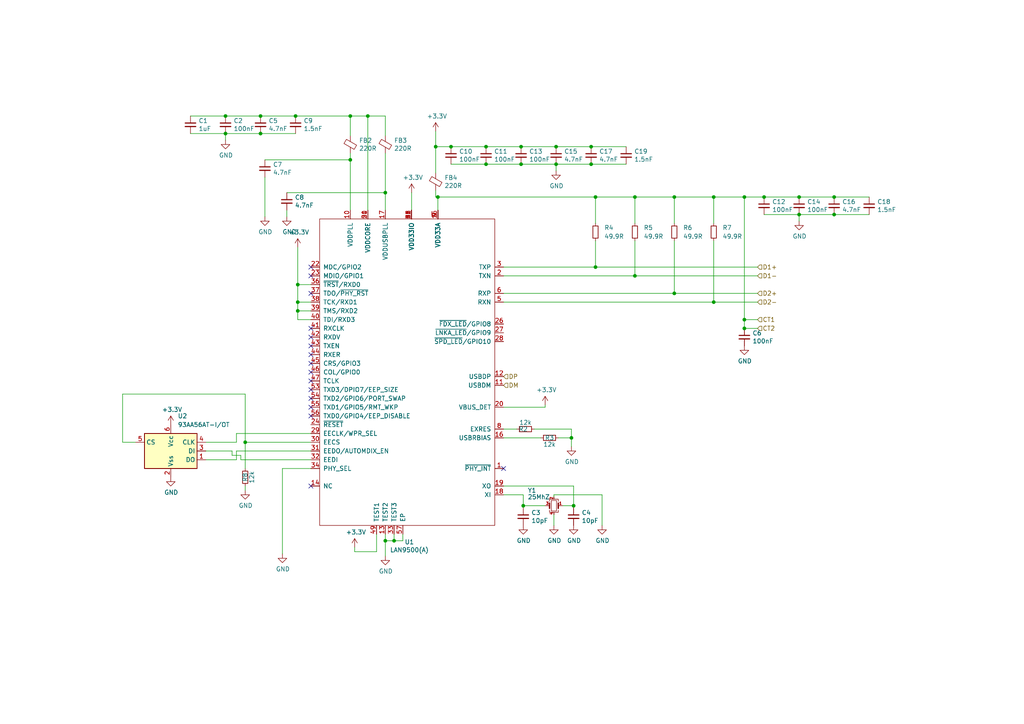
<source format=kicad_sch>
(kicad_sch (version 20211123) (generator eeschema)

  (uuid 5fc27c35-3e1c-4f96-817c-93b5570858a6)

  (paper "A4")

  (lib_symbols
    (symbol "+3.3V_1" (power) (pin_names (offset 0)) (in_bom yes) (on_board yes)
      (property "Reference" "#PWR" (id 0) (at 0 -3.81 0)
        (effects (font (size 1.27 1.27)) hide)
      )
      (property "Value" "+3.3V_1" (id 1) (at 0 3.556 0)
        (effects (font (size 1.27 1.27)))
      )
      (property "Footprint" "" (id 2) (at 0 0 0)
        (effects (font (size 1.27 1.27)) hide)
      )
      (property "Datasheet" "" (id 3) (at 0 0 0)
        (effects (font (size 1.27 1.27)) hide)
      )
      (property "ki_keywords" "power-flag" (id 4) (at 0 0 0)
        (effects (font (size 1.27 1.27)) hide)
      )
      (property "ki_description" "Power symbol creates a global label with name \"+3.3V\"" (id 5) (at 0 0 0)
        (effects (font (size 1.27 1.27)) hide)
      )
      (symbol "+3.3V_1_0_1"
        (polyline
          (pts
            (xy -0.762 1.27)
            (xy 0 2.54)
          )
          (stroke (width 0) (type default) (color 0 0 0 0))
          (fill (type none))
        )
        (polyline
          (pts
            (xy 0 0)
            (xy 0 2.54)
          )
          (stroke (width 0) (type default) (color 0 0 0 0))
          (fill (type none))
        )
        (polyline
          (pts
            (xy 0 2.54)
            (xy 0.762 1.27)
          )
          (stroke (width 0) (type default) (color 0 0 0 0))
          (fill (type none))
        )
      )
      (symbol "+3.3V_1_1_1"
        (pin power_in line (at 0 0 90) (length 0) hide
          (name "+3.3V" (effects (font (size 1.27 1.27))))
          (number "1" (effects (font (size 1.27 1.27))))
        )
      )
    )
    (symbol "+3.3V_2" (power) (pin_names (offset 0)) (in_bom yes) (on_board yes)
      (property "Reference" "#PWR" (id 0) (at 0 -3.81 0)
        (effects (font (size 1.27 1.27)) hide)
      )
      (property "Value" "+3.3V_2" (id 1) (at 0 3.556 0)
        (effects (font (size 1.27 1.27)))
      )
      (property "Footprint" "" (id 2) (at 0 0 0)
        (effects (font (size 1.27 1.27)) hide)
      )
      (property "Datasheet" "" (id 3) (at 0 0 0)
        (effects (font (size 1.27 1.27)) hide)
      )
      (property "ki_keywords" "power-flag" (id 4) (at 0 0 0)
        (effects (font (size 1.27 1.27)) hide)
      )
      (property "ki_description" "Power symbol creates a global label with name \"+3.3V\"" (id 5) (at 0 0 0)
        (effects (font (size 1.27 1.27)) hide)
      )
      (symbol "+3.3V_2_0_1"
        (polyline
          (pts
            (xy -0.762 1.27)
            (xy 0 2.54)
          )
          (stroke (width 0) (type default) (color 0 0 0 0))
          (fill (type none))
        )
        (polyline
          (pts
            (xy 0 0)
            (xy 0 2.54)
          )
          (stroke (width 0) (type default) (color 0 0 0 0))
          (fill (type none))
        )
        (polyline
          (pts
            (xy 0 2.54)
            (xy 0.762 1.27)
          )
          (stroke (width 0) (type default) (color 0 0 0 0))
          (fill (type none))
        )
      )
      (symbol "+3.3V_2_1_1"
        (pin power_in line (at 0 0 90) (length 0) hide
          (name "+3.3V" (effects (font (size 1.27 1.27))))
          (number "1" (effects (font (size 1.27 1.27))))
        )
      )
    )
    (symbol "+3.3V_3" (power) (pin_names (offset 0)) (in_bom yes) (on_board yes)
      (property "Reference" "#PWR" (id 0) (at 0 -3.81 0)
        (effects (font (size 1.27 1.27)) hide)
      )
      (property "Value" "+3.3V_3" (id 1) (at 0 3.556 0)
        (effects (font (size 1.27 1.27)))
      )
      (property "Footprint" "" (id 2) (at 0 0 0)
        (effects (font (size 1.27 1.27)) hide)
      )
      (property "Datasheet" "" (id 3) (at 0 0 0)
        (effects (font (size 1.27 1.27)) hide)
      )
      (property "ki_keywords" "power-flag" (id 4) (at 0 0 0)
        (effects (font (size 1.27 1.27)) hide)
      )
      (property "ki_description" "Power symbol creates a global label with name \"+3.3V\"" (id 5) (at 0 0 0)
        (effects (font (size 1.27 1.27)) hide)
      )
      (symbol "+3.3V_3_0_1"
        (polyline
          (pts
            (xy -0.762 1.27)
            (xy 0 2.54)
          )
          (stroke (width 0) (type default) (color 0 0 0 0))
          (fill (type none))
        )
        (polyline
          (pts
            (xy 0 0)
            (xy 0 2.54)
          )
          (stroke (width 0) (type default) (color 0 0 0 0))
          (fill (type none))
        )
        (polyline
          (pts
            (xy 0 2.54)
            (xy 0.762 1.27)
          )
          (stroke (width 0) (type default) (color 0 0 0 0))
          (fill (type none))
        )
      )
      (symbol "+3.3V_3_1_1"
        (pin power_in line (at 0 0 90) (length 0) hide
          (name "+3.3V" (effects (font (size 1.27 1.27))))
          (number "1" (effects (font (size 1.27 1.27))))
        )
      )
    )
    (symbol "+3.3V_4" (power) (pin_names (offset 0)) (in_bom yes) (on_board yes)
      (property "Reference" "#PWR" (id 0) (at 0 -3.81 0)
        (effects (font (size 1.27 1.27)) hide)
      )
      (property "Value" "+3.3V_4" (id 1) (at 0 3.556 0)
        (effects (font (size 1.27 1.27)))
      )
      (property "Footprint" "" (id 2) (at 0 0 0)
        (effects (font (size 1.27 1.27)) hide)
      )
      (property "Datasheet" "" (id 3) (at 0 0 0)
        (effects (font (size 1.27 1.27)) hide)
      )
      (property "ki_keywords" "power-flag" (id 4) (at 0 0 0)
        (effects (font (size 1.27 1.27)) hide)
      )
      (property "ki_description" "Power symbol creates a global label with name \"+3.3V\"" (id 5) (at 0 0 0)
        (effects (font (size 1.27 1.27)) hide)
      )
      (symbol "+3.3V_4_0_1"
        (polyline
          (pts
            (xy -0.762 1.27)
            (xy 0 2.54)
          )
          (stroke (width 0) (type default) (color 0 0 0 0))
          (fill (type none))
        )
        (polyline
          (pts
            (xy 0 0)
            (xy 0 2.54)
          )
          (stroke (width 0) (type default) (color 0 0 0 0))
          (fill (type none))
        )
        (polyline
          (pts
            (xy 0 2.54)
            (xy 0.762 1.27)
          )
          (stroke (width 0) (type default) (color 0 0 0 0))
          (fill (type none))
        )
      )
      (symbol "+3.3V_4_1_1"
        (pin power_in line (at 0 0 90) (length 0) hide
          (name "+3.3V" (effects (font (size 1.27 1.27))))
          (number "1" (effects (font (size 1.27 1.27))))
        )
      )
    )
    (symbol "+3.3V_5" (power) (pin_names (offset 0)) (in_bom yes) (on_board yes)
      (property "Reference" "#PWR" (id 0) (at 0 -3.81 0)
        (effects (font (size 1.27 1.27)) hide)
      )
      (property "Value" "+3.3V_5" (id 1) (at 0 3.556 0)
        (effects (font (size 1.27 1.27)))
      )
      (property "Footprint" "" (id 2) (at 0 0 0)
        (effects (font (size 1.27 1.27)) hide)
      )
      (property "Datasheet" "" (id 3) (at 0 0 0)
        (effects (font (size 1.27 1.27)) hide)
      )
      (property "ki_keywords" "power-flag" (id 4) (at 0 0 0)
        (effects (font (size 1.27 1.27)) hide)
      )
      (property "ki_description" "Power symbol creates a global label with name \"+3.3V\"" (id 5) (at 0 0 0)
        (effects (font (size 1.27 1.27)) hide)
      )
      (symbol "+3.3V_5_0_1"
        (polyline
          (pts
            (xy -0.762 1.27)
            (xy 0 2.54)
          )
          (stroke (width 0) (type default) (color 0 0 0 0))
          (fill (type none))
        )
        (polyline
          (pts
            (xy 0 0)
            (xy 0 2.54)
          )
          (stroke (width 0) (type default) (color 0 0 0 0))
          (fill (type none))
        )
        (polyline
          (pts
            (xy 0 2.54)
            (xy 0.762 1.27)
          )
          (stroke (width 0) (type default) (color 0 0 0 0))
          (fill (type none))
        )
      )
      (symbol "+3.3V_5_1_1"
        (pin power_in line (at 0 0 90) (length 0) hide
          (name "+3.3V" (effects (font (size 1.27 1.27))))
          (number "1" (effects (font (size 1.27 1.27))))
        )
      )
    )
    (symbol "Device:C_Small" (pin_numbers hide) (pin_names (offset 0.254) hide) (in_bom yes) (on_board yes)
      (property "Reference" "C" (id 0) (at 0.254 1.778 0)
        (effects (font (size 1.27 1.27)) (justify left))
      )
      (property "Value" "C_Small" (id 1) (at 0.254 -2.032 0)
        (effects (font (size 1.27 1.27)) (justify left))
      )
      (property "Footprint" "" (id 2) (at 0 0 0)
        (effects (font (size 1.27 1.27)) hide)
      )
      (property "Datasheet" "~" (id 3) (at 0 0 0)
        (effects (font (size 1.27 1.27)) hide)
      )
      (property "ki_keywords" "capacitor cap" (id 4) (at 0 0 0)
        (effects (font (size 1.27 1.27)) hide)
      )
      (property "ki_description" "Unpolarized capacitor, small symbol" (id 5) (at 0 0 0)
        (effects (font (size 1.27 1.27)) hide)
      )
      (property "ki_fp_filters" "C_*" (id 6) (at 0 0 0)
        (effects (font (size 1.27 1.27)) hide)
      )
      (symbol "C_Small_0_1"
        (polyline
          (pts
            (xy -1.524 -0.508)
            (xy 1.524 -0.508)
          )
          (stroke (width 0.3302) (type default) (color 0 0 0 0))
          (fill (type none))
        )
        (polyline
          (pts
            (xy -1.524 0.508)
            (xy 1.524 0.508)
          )
          (stroke (width 0.3048) (type default) (color 0 0 0 0))
          (fill (type none))
        )
      )
      (symbol "C_Small_1_1"
        (pin passive line (at 0 2.54 270) (length 2.032)
          (name "~" (effects (font (size 1.27 1.27))))
          (number "1" (effects (font (size 1.27 1.27))))
        )
        (pin passive line (at 0 -2.54 90) (length 2.032)
          (name "~" (effects (font (size 1.27 1.27))))
          (number "2" (effects (font (size 1.27 1.27))))
        )
      )
    )
    (symbol "Device:Crystal_GND24_Small" (pin_names (offset 1.016) hide) (in_bom yes) (on_board yes)
      (property "Reference" "Y" (id 0) (at 1.27 4.445 0)
        (effects (font (size 1.27 1.27)) (justify left))
      )
      (property "Value" "Crystal_GND24_Small" (id 1) (at 1.27 2.54 0)
        (effects (font (size 1.27 1.27)) (justify left))
      )
      (property "Footprint" "" (id 2) (at 0 0 0)
        (effects (font (size 1.27 1.27)) hide)
      )
      (property "Datasheet" "~" (id 3) (at 0 0 0)
        (effects (font (size 1.27 1.27)) hide)
      )
      (property "ki_keywords" "quartz ceramic resonator oscillator" (id 4) (at 0 0 0)
        (effects (font (size 1.27 1.27)) hide)
      )
      (property "ki_description" "Four pin crystal, GND on pins 2 and 4, small symbol" (id 5) (at 0 0 0)
        (effects (font (size 1.27 1.27)) hide)
      )
      (property "ki_fp_filters" "Crystal*" (id 6) (at 0 0 0)
        (effects (font (size 1.27 1.27)) hide)
      )
      (symbol "Crystal_GND24_Small_0_1"
        (rectangle (start -0.762 -1.524) (end 0.762 1.524)
          (stroke (width 0) (type default) (color 0 0 0 0))
          (fill (type none))
        )
        (polyline
          (pts
            (xy -1.27 -0.762)
            (xy -1.27 0.762)
          )
          (stroke (width 0.381) (type default) (color 0 0 0 0))
          (fill (type none))
        )
        (polyline
          (pts
            (xy 1.27 -0.762)
            (xy 1.27 0.762)
          )
          (stroke (width 0.381) (type default) (color 0 0 0 0))
          (fill (type none))
        )
        (polyline
          (pts
            (xy -1.27 -1.27)
            (xy -1.27 -1.905)
            (xy 1.27 -1.905)
            (xy 1.27 -1.27)
          )
          (stroke (width 0) (type default) (color 0 0 0 0))
          (fill (type none))
        )
        (polyline
          (pts
            (xy -1.27 1.27)
            (xy -1.27 1.905)
            (xy 1.27 1.905)
            (xy 1.27 1.27)
          )
          (stroke (width 0) (type default) (color 0 0 0 0))
          (fill (type none))
        )
      )
      (symbol "Crystal_GND24_Small_1_1"
        (pin passive line (at -2.54 0 0) (length 1.27)
          (name "1" (effects (font (size 1.27 1.27))))
          (number "1" (effects (font (size 0.762 0.762))))
        )
        (pin passive line (at 0 -2.54 90) (length 0.635)
          (name "2" (effects (font (size 1.27 1.27))))
          (number "2" (effects (font (size 0.762 0.762))))
        )
        (pin passive line (at 2.54 0 180) (length 1.27)
          (name "3" (effects (font (size 1.27 1.27))))
          (number "3" (effects (font (size 0.762 0.762))))
        )
        (pin passive line (at 0 2.54 270) (length 0.635)
          (name "4" (effects (font (size 1.27 1.27))))
          (number "4" (effects (font (size 0.762 0.762))))
        )
      )
    )
    (symbol "Device:Ferrite_Bead_Small" (pin_numbers hide) (pin_names (offset 0)) (in_bom yes) (on_board yes)
      (property "Reference" "FB" (id 0) (at 1.905 1.27 0)
        (effects (font (size 1.27 1.27)) (justify left))
      )
      (property "Value" "Device_Ferrite_Bead_Small" (id 1) (at 1.905 -1.27 0)
        (effects (font (size 1.27 1.27)) (justify left))
      )
      (property "Footprint" "" (id 2) (at -1.778 0 90)
        (effects (font (size 1.27 1.27)) hide)
      )
      (property "Datasheet" "" (id 3) (at 0 0 0)
        (effects (font (size 1.27 1.27)) hide)
      )
      (property "ki_fp_filters" "Inductor_* L_* *Ferrite*" (id 4) (at 0 0 0)
        (effects (font (size 1.27 1.27)) hide)
      )
      (symbol "Ferrite_Bead_Small_0_1"
        (polyline
          (pts
            (xy 0 -1.27)
            (xy 0 -0.7874)
          )
          (stroke (width 0) (type default) (color 0 0 0 0))
          (fill (type none))
        )
        (polyline
          (pts
            (xy 0 0.889)
            (xy 0 1.2954)
          )
          (stroke (width 0) (type default) (color 0 0 0 0))
          (fill (type none))
        )
        (polyline
          (pts
            (xy -1.8288 0.2794)
            (xy -1.1176 1.4986)
            (xy 1.8288 -0.2032)
            (xy 1.1176 -1.4224)
            (xy -1.8288 0.2794)
          )
          (stroke (width 0) (type default) (color 0 0 0 0))
          (fill (type none))
        )
      )
      (symbol "Ferrite_Bead_Small_1_1"
        (pin passive line (at 0 2.54 270) (length 1.27)
          (name "~" (effects (font (size 1.27 1.27))))
          (number "1" (effects (font (size 1.27 1.27))))
        )
        (pin passive line (at 0 -2.54 90) (length 1.27)
          (name "~" (effects (font (size 1.27 1.27))))
          (number "2" (effects (font (size 1.27 1.27))))
        )
      )
    )
    (symbol "Device:R_Small" (pin_numbers hide) (pin_names (offset 0.254) hide) (in_bom yes) (on_board yes)
      (property "Reference" "R" (id 0) (at 0.762 0.508 0)
        (effects (font (size 1.27 1.27)) (justify left))
      )
      (property "Value" "R_Small" (id 1) (at 0.762 -1.016 0)
        (effects (font (size 1.27 1.27)) (justify left))
      )
      (property "Footprint" "" (id 2) (at 0 0 0)
        (effects (font (size 1.27 1.27)) hide)
      )
      (property "Datasheet" "~" (id 3) (at 0 0 0)
        (effects (font (size 1.27 1.27)) hide)
      )
      (property "ki_keywords" "R resistor" (id 4) (at 0 0 0)
        (effects (font (size 1.27 1.27)) hide)
      )
      (property "ki_description" "Resistor, small symbol" (id 5) (at 0 0 0)
        (effects (font (size 1.27 1.27)) hide)
      )
      (property "ki_fp_filters" "R_*" (id 6) (at 0 0 0)
        (effects (font (size 1.27 1.27)) hide)
      )
      (symbol "R_Small_0_1"
        (rectangle (start -0.762 1.778) (end 0.762 -1.778)
          (stroke (width 0.2032) (type default) (color 0 0 0 0))
          (fill (type none))
        )
      )
      (symbol "R_Small_1_1"
        (pin passive line (at 0 2.54 270) (length 0.762)
          (name "~" (effects (font (size 1.27 1.27))))
          (number "1" (effects (font (size 1.27 1.27))))
        )
        (pin passive line (at 0 -2.54 90) (length 0.762)
          (name "~" (effects (font (size 1.27 1.27))))
          (number "2" (effects (font (size 1.27 1.27))))
        )
      )
    )
    (symbol "Memory_EEPROM:93AAxxAT-xOT" (in_bom yes) (on_board yes)
      (property "Reference" "U" (id 0) (at -7.62 6.35 0)
        (effects (font (size 1.27 1.27)))
      )
      (property "Value" "93AAxxAT-xOT" (id 1) (at 1.27 6.35 0)
        (effects (font (size 1.27 1.27)) (justify left))
      )
      (property "Footprint" "Package_TO_SOT_SMD:SOT-23-6" (id 2) (at 1.27 8.89 0)
        (effects (font (size 1.27 1.27)) hide)
      )
      (property "Datasheet" "http://ww1.microchip.com/downloads/en/DeviceDoc/20001749K.pdf" (id 3) (at 0 0 0)
        (effects (font (size 1.27 1.27)) hide)
      )
      (property "ki_keywords" "EEPROM memory Microwire" (id 4) (at 0 0 0)
        (effects (font (size 1.27 1.27)) hide)
      )
      (property "ki_description" "Serial EEPROM, 93 Series, 8-bit word, 1.8V, SOT-23-6" (id 5) (at 0 0 0)
        (effects (font (size 1.27 1.27)) hide)
      )
      (property "ki_fp_filters" "SOT?23*" (id 6) (at 0 0 0)
        (effects (font (size 1.27 1.27)) hide)
      )
      (symbol "93AAxxAT-xOT_1_1"
        (rectangle (start -7.62 5.08) (end 7.62 -5.08)
          (stroke (width 0.254) (type default) (color 0 0 0 0))
          (fill (type background))
        )
        (pin tri_state line (at 10.16 -2.54 180) (length 2.54)
          (name "DO" (effects (font (size 1.27 1.27))))
          (number "1" (effects (font (size 1.27 1.27))))
        )
        (pin power_in line (at 0 -7.62 90) (length 2.54)
          (name "Vss" (effects (font (size 1.27 1.27))))
          (number "2" (effects (font (size 1.27 1.27))))
        )
        (pin input line (at 10.16 0 180) (length 2.54)
          (name "DI" (effects (font (size 1.27 1.27))))
          (number "3" (effects (font (size 1.27 1.27))))
        )
        (pin input line (at 10.16 2.54 180) (length 2.54)
          (name "CLK" (effects (font (size 1.27 1.27))))
          (number "4" (effects (font (size 1.27 1.27))))
        )
        (pin input line (at -10.16 2.54 0) (length 2.54)
          (name "CS" (effects (font (size 1.27 1.27))))
          (number "5" (effects (font (size 1.27 1.27))))
        )
        (pin power_in line (at 0 7.62 270) (length 2.54)
          (name "Vcc" (effects (font (size 1.27 1.27))))
          (number "6" (effects (font (size 1.27 1.27))))
        )
      )
    )
    (symbol "b016:LAN9500(A)" (pin_names (offset 1.016)) (in_bom yes) (on_board yes)
      (property "Reference" "U1" (id 0) (at 0 -55.6006 0)
        (effects (font (size 1.27 1.27)))
      )
      (property "Value" "LAN9500(A)" (id 1) (at 0 -57.912 0)
        (effects (font (size 1.27 1.27)))
      )
      (property "Footprint" "Package_DFN_QFN:QFN-56-1EP_8x8mm_P0.5mm_EP4.5x5.2mm" (id 2) (at -12.7 12.7 0)
        (effects (font (size 1.27 1.27)) hide)
      )
      (property "Datasheet" "https://ww1.microchip.com/downloads/en/DeviceDoc/LAN950x-Data-Sheet-DS00001875D.pdf" (id 3) (at -12.7 12.7 0)
        (effects (font (size 1.27 1.27)) hide)
      )
      (property "MPN" "LAN9500A" (id 4) (at 0 0 0)
        (effects (font (size 1.27 1.27)) hide)
      )
      (symbol "LAN9500(A)_0_1"
        (rectangle (start 25.4 -50.8) (end -25.4 38.1)
          (stroke (width 0) (type default) (color 0 0 0 0))
          (fill (type none))
        )
      )
      (symbol "LAN9500(A)_1_1"
        (pin unspecified line (at 27.94 -34.29 180) (length 2.54)
          (name "~{PHY_INT}" (effects (font (size 1.27 1.27))))
          (number "1" (effects (font (size 1.27 1.27))))
        )
        (pin power_in line (at -16.51 40.64 270) (length 2.54)
          (name "VDDPLL" (effects (font (size 1.27 1.27))))
          (number "10" (effects (font (size 1.27 1.27))))
        )
        (pin unspecified line (at 27.94 -10.16 180) (length 2.54)
          (name "USBDM" (effects (font (size 1.27 1.27))))
          (number "11" (effects (font (size 1.27 1.27))))
        )
        (pin unspecified line (at 27.94 -7.62 180) (length 2.54)
          (name "USBDP" (effects (font (size 1.27 1.27))))
          (number "12" (effects (font (size 1.27 1.27))))
        )
        (pin unspecified line (at -6.35 -53.34 90) (length 2.54)
          (name "TEST2" (effects (font (size 1.27 1.27))))
          (number "13" (effects (font (size 1.27 1.27))))
        )
        (pin bidirectional line (at -27.94 -39.37 0) (length 2.54)
          (name "NC" (effects (font (size 1.27 1.27))))
          (number "14" (effects (font (size 1.27 1.27))))
        )
        (pin power_in line (at 8.89 40.64 270) (length 2.54)
          (name "VDD33A" (effects (font (size 1.27 1.27))))
          (number "15" (effects (font (size 1.27 1.27))))
        )
        (pin unspecified line (at 27.94 -25.4 180) (length 2.54)
          (name "USBRBIAS" (effects (font (size 1.27 1.27))))
          (number "16" (effects (font (size 1.27 1.27))))
        )
        (pin power_in line (at -6.35 40.64 270) (length 2.54)
          (name "VDDUSBPLL" (effects (font (size 1.27 1.27))))
          (number "17" (effects (font (size 1.27 1.27))))
        )
        (pin unspecified line (at 27.94 -41.91 180) (length 2.54)
          (name "XI" (effects (font (size 1.27 1.27))))
          (number "18" (effects (font (size 1.27 1.27))))
        )
        (pin unspecified line (at 27.94 -39.37 180) (length 2.54)
          (name "XO" (effects (font (size 1.27 1.27))))
          (number "19" (effects (font (size 1.27 1.27))))
        )
        (pin unspecified line (at 27.94 21.59 180) (length 2.54)
          (name "TXN" (effects (font (size 1.27 1.27))))
          (number "2" (effects (font (size 1.27 1.27))))
        )
        (pin unspecified line (at 27.94 -16.51 180) (length 2.54)
          (name "VBUS_DET" (effects (font (size 1.27 1.27))))
          (number "20" (effects (font (size 1.27 1.27))))
        )
        (pin power_out line (at -11.43 40.64 270) (length 2.54)
          (name "VDDCORE" (effects (font (size 1.27 1.27))))
          (number "21" (effects (font (size 1.27 1.27))))
        )
        (pin bidirectional line (at -27.94 24.13 0) (length 2.54)
          (name "MDC/GPIO2" (effects (font (size 1.27 1.27))))
          (number "22" (effects (font (size 1.27 1.27))))
        )
        (pin bidirectional line (at -27.94 21.59 0) (length 2.54)
          (name "MDIO/GPIO1" (effects (font (size 1.27 1.27))))
          (number "23" (effects (font (size 1.27 1.27))))
        )
        (pin bidirectional line (at -27.94 -21.59 0) (length 2.54)
          (name "~{RESET}" (effects (font (size 1.27 1.27))))
          (number "24" (effects (font (size 1.27 1.27))))
        )
        (pin power_in line (at 1.27 40.64 270) (length 2.54)
          (name "VDD33IO" (effects (font (size 1.27 1.27))))
          (number "25" (effects (font (size 1.27 1.27))))
        )
        (pin unspecified line (at 27.94 7.62 180) (length 2.54)
          (name "~{FDX_LED}/GPIO8" (effects (font (size 1.27 1.27))))
          (number "26" (effects (font (size 1.27 1.27))))
        )
        (pin unspecified line (at 27.94 5.08 180) (length 2.54)
          (name "~{LNKA_LED}/GPIO9" (effects (font (size 1.27 1.27))))
          (number "27" (effects (font (size 1.27 1.27))))
        )
        (pin unspecified line (at 27.94 2.54 180) (length 2.54)
          (name "~{SPD_LED}/GPIO10" (effects (font (size 1.27 1.27))))
          (number "28" (effects (font (size 1.27 1.27))))
        )
        (pin bidirectional line (at -27.94 -24.13 0) (length 2.54)
          (name "EECLK/WPR_SEL" (effects (font (size 1.27 1.27))))
          (number "29" (effects (font (size 1.27 1.27))))
        )
        (pin unspecified line (at 27.94 24.13 180) (length 2.54)
          (name "TXP" (effects (font (size 1.27 1.27))))
          (number "3" (effects (font (size 1.27 1.27))))
        )
        (pin bidirectional line (at -27.94 -26.67 0) (length 2.54)
          (name "EECS" (effects (font (size 1.27 1.27))))
          (number "30" (effects (font (size 1.27 1.27))))
        )
        (pin bidirectional line (at -27.94 -29.21 0) (length 2.54)
          (name "EEDO/AUTOMDIX_EN" (effects (font (size 1.27 1.27))))
          (number "31" (effects (font (size 1.27 1.27))))
        )
        (pin bidirectional line (at -27.94 -31.75 0) (length 2.54)
          (name "EEDI" (effects (font (size 1.27 1.27))))
          (number "32" (effects (font (size 1.27 1.27))))
        )
        (pin bidirectional line (at -3.81 -53.34 90) (length 2.54)
          (name "TEST3" (effects (font (size 1.27 1.27))))
          (number "33" (effects (font (size 1.27 1.27))))
        )
        (pin bidirectional line (at -27.94 -34.29 0) (length 2.54)
          (name "PHY_SEL" (effects (font (size 1.27 1.27))))
          (number "34" (effects (font (size 1.27 1.27))))
        )
        (pin power_in line (at 1.27 40.64 270) (length 2.54)
          (name "VDD33IO" (effects (font (size 1.27 1.27))))
          (number "35" (effects (font (size 1.27 1.27))))
        )
        (pin bidirectional line (at -27.94 19.05 0) (length 2.54)
          (name "~{TRST}/RXD0" (effects (font (size 1.27 1.27))))
          (number "36" (effects (font (size 1.27 1.27))))
        )
        (pin bidirectional line (at -27.94 16.51 0) (length 2.54)
          (name "TDO/~{PHY_RST}" (effects (font (size 1.27 1.27))))
          (number "37" (effects (font (size 1.27 1.27))))
        )
        (pin bidirectional line (at -27.94 13.97 0) (length 2.54)
          (name "TCK/RXD1" (effects (font (size 1.27 1.27))))
          (number "38" (effects (font (size 1.27 1.27))))
        )
        (pin bidirectional line (at -27.94 11.43 0) (length 2.54)
          (name "TMS/RXD2" (effects (font (size 1.27 1.27))))
          (number "39" (effects (font (size 1.27 1.27))))
        )
        (pin power_in line (at 8.89 40.64 270) (length 2.54)
          (name "VDD33A" (effects (font (size 1.27 1.27))))
          (number "4" (effects (font (size 1.27 1.27))))
        )
        (pin bidirectional line (at -27.94 8.89 0) (length 2.54)
          (name "TDI/RXD3" (effects (font (size 1.27 1.27))))
          (number "40" (effects (font (size 1.27 1.27))))
        )
        (pin bidirectional line (at -27.94 6.35 0) (length 2.54)
          (name "RXCLK" (effects (font (size 1.27 1.27))))
          (number "41" (effects (font (size 1.27 1.27))))
        )
        (pin bidirectional line (at -27.94 3.81 0) (length 2.54)
          (name "RXDV" (effects (font (size 1.27 1.27))))
          (number "42" (effects (font (size 1.27 1.27))))
        )
        (pin bidirectional line (at -27.94 1.27 0) (length 2.54)
          (name "TXEN" (effects (font (size 1.27 1.27))))
          (number "43" (effects (font (size 1.27 1.27))))
        )
        (pin bidirectional line (at -27.94 -1.27 0) (length 2.54)
          (name "RXER" (effects (font (size 1.27 1.27))))
          (number "44" (effects (font (size 1.27 1.27))))
        )
        (pin bidirectional line (at -27.94 -3.81 0) (length 2.54)
          (name "CRS/GPIO3" (effects (font (size 1.27 1.27))))
          (number "45" (effects (font (size 1.27 1.27))))
        )
        (pin bidirectional line (at -27.94 -6.35 0) (length 2.54)
          (name "COL/GPIO0" (effects (font (size 1.27 1.27))))
          (number "46" (effects (font (size 1.27 1.27))))
        )
        (pin bidirectional line (at -27.94 -8.89 0) (length 2.54)
          (name "TCLK" (effects (font (size 1.27 1.27))))
          (number "47" (effects (font (size 1.27 1.27))))
        )
        (pin power_in line (at 1.27 40.64 270) (length 2.54)
          (name "VDD33IO" (effects (font (size 1.27 1.27))))
          (number "48" (effects (font (size 1.27 1.27))))
        )
        (pin unspecified line (at -8.89 -53.34 90) (length 2.54)
          (name "TEST1" (effects (font (size 1.27 1.27))))
          (number "49" (effects (font (size 1.27 1.27))))
        )
        (pin unspecified line (at 27.94 13.97 180) (length 2.54)
          (name "RXN" (effects (font (size 1.27 1.27))))
          (number "5" (effects (font (size 1.27 1.27))))
        )
        (pin power_out line (at -11.43 40.64 270) (length 2.54)
          (name "VDDCORE" (effects (font (size 1.27 1.27))))
          (number "50" (effects (font (size 1.27 1.27))))
        )
        (pin power_in line (at 1.27 40.64 270) (length 2.54)
          (name "VDD33IO" (effects (font (size 1.27 1.27))))
          (number "51" (effects (font (size 1.27 1.27))))
        )
        (pin power_in line (at 1.27 40.64 270) (length 2.54)
          (name "VDD33IO" (effects (font (size 1.27 1.27))))
          (number "52" (effects (font (size 1.27 1.27))))
        )
        (pin bidirectional line (at -27.94 -11.43 0) (length 2.54)
          (name "TXD3/DPIO7/EEP_SIZE" (effects (font (size 1.27 1.27))))
          (number "53" (effects (font (size 1.27 1.27))))
        )
        (pin bidirectional line (at -27.94 -13.97 0) (length 2.54)
          (name "TXD2/GPIO6/PORT_SWAP" (effects (font (size 1.27 1.27))))
          (number "54" (effects (font (size 1.27 1.27))))
        )
        (pin bidirectional line (at -27.94 -16.51 0) (length 2.54)
          (name "TXD1/GPIO5/RMT_WKP" (effects (font (size 1.27 1.27))))
          (number "55" (effects (font (size 1.27 1.27))))
        )
        (pin bidirectional line (at -27.94 -19.05 0) (length 2.54)
          (name "TXD0/GPIO4/EEP_DISABLE" (effects (font (size 1.27 1.27))))
          (number "56" (effects (font (size 1.27 1.27))))
        )
        (pin unspecified line (at -1.27 -53.34 90) (length 2.54)
          (name "EP" (effects (font (size 1.27 1.27))))
          (number "57" (effects (font (size 1.27 1.27))))
        )
        (pin unspecified line (at 27.94 16.51 180) (length 2.54)
          (name "RXP" (effects (font (size 1.27 1.27))))
          (number "6" (effects (font (size 1.27 1.27))))
        )
        (pin power_in line (at 8.89 40.64 270) (length 2.54)
          (name "VDD33A" (effects (font (size 1.27 1.27))))
          (number "7" (effects (font (size 1.27 1.27))))
        )
        (pin unspecified line (at 27.94 -22.86 180) (length 2.54)
          (name "EXRES" (effects (font (size 1.27 1.27))))
          (number "8" (effects (font (size 1.27 1.27))))
        )
        (pin power_in line (at 8.89 40.64 270) (length 2.54)
          (name "VDD33A" (effects (font (size 1.27 1.27))))
          (number "9" (effects (font (size 1.27 1.27))))
        )
      )
    )
    (symbol "power:+3.3V" (power) (pin_names (offset 0)) (in_bom yes) (on_board yes)
      (property "Reference" "#PWR" (id 0) (at 0 -3.81 0)
        (effects (font (size 1.27 1.27)) hide)
      )
      (property "Value" "+3.3V" (id 1) (at 0 3.556 0)
        (effects (font (size 1.27 1.27)))
      )
      (property "Footprint" "" (id 2) (at 0 0 0)
        (effects (font (size 1.27 1.27)) hide)
      )
      (property "Datasheet" "" (id 3) (at 0 0 0)
        (effects (font (size 1.27 1.27)) hide)
      )
      (property "ki_keywords" "power-flag" (id 4) (at 0 0 0)
        (effects (font (size 1.27 1.27)) hide)
      )
      (property "ki_description" "Power symbol creates a global label with name \"+3.3V\"" (id 5) (at 0 0 0)
        (effects (font (size 1.27 1.27)) hide)
      )
      (symbol "+3.3V_0_1"
        (polyline
          (pts
            (xy -0.762 1.27)
            (xy 0 2.54)
          )
          (stroke (width 0) (type default) (color 0 0 0 0))
          (fill (type none))
        )
        (polyline
          (pts
            (xy 0 0)
            (xy 0 2.54)
          )
          (stroke (width 0) (type default) (color 0 0 0 0))
          (fill (type none))
        )
        (polyline
          (pts
            (xy 0 2.54)
            (xy 0.762 1.27)
          )
          (stroke (width 0) (type default) (color 0 0 0 0))
          (fill (type none))
        )
      )
      (symbol "+3.3V_1_1"
        (pin power_in line (at 0 0 90) (length 0) hide
          (name "+3.3V" (effects (font (size 1.27 1.27))))
          (number "1" (effects (font (size 1.27 1.27))))
        )
      )
    )
    (symbol "power:GND" (power) (pin_names (offset 0)) (in_bom yes) (on_board yes)
      (property "Reference" "#PWR" (id 0) (at 0 -6.35 0)
        (effects (font (size 1.27 1.27)) hide)
      )
      (property "Value" "GND" (id 1) (at 0 -3.81 0)
        (effects (font (size 1.27 1.27)))
      )
      (property "Footprint" "" (id 2) (at 0 0 0)
        (effects (font (size 1.27 1.27)) hide)
      )
      (property "Datasheet" "" (id 3) (at 0 0 0)
        (effects (font (size 1.27 1.27)) hide)
      )
      (property "ki_keywords" "power-flag" (id 4) (at 0 0 0)
        (effects (font (size 1.27 1.27)) hide)
      )
      (property "ki_description" "Power symbol creates a global label with name \"GND\" , ground" (id 5) (at 0 0 0)
        (effects (font (size 1.27 1.27)) hide)
      )
      (symbol "GND_0_1"
        (polyline
          (pts
            (xy 0 0)
            (xy 0 -1.27)
            (xy 1.27 -1.27)
            (xy 0 -2.54)
            (xy -1.27 -1.27)
            (xy 0 -1.27)
          )
          (stroke (width 0) (type default) (color 0 0 0 0))
          (fill (type none))
        )
      )
      (symbol "GND_1_1"
        (pin power_in line (at 0 0 270) (length 0) hide
          (name "GND" (effects (font (size 1.27 1.27))))
          (number "1" (effects (font (size 1.27 1.27))))
        )
      )
    )
  )

  (junction (at 75.565 38.735) (diameter 0) (color 0 0 0 0)
    (uuid 099096e4-8c2a-4d84-a16f-06b4b6330e7a)
  )
  (junction (at 101.6 46.355) (diameter 0) (color 0 0 0 0)
    (uuid 0e8f7fc0-2ef2-4b90-9c15-8a3a601ee459)
  )
  (junction (at 151.765 146.685) (diameter 0) (color 0 0 0 0)
    (uuid 0fdc6f30-77bc-4e9b-8665-c8aa9acf5bf9)
  )
  (junction (at 140.97 47.625) (diameter 0) (color 0 0 0 0)
    (uuid 19c56563-5fe3-442a-885b-418dbc2421eb)
  )
  (junction (at 75.565 33.655) (diameter 0) (color 0 0 0 0)
    (uuid 1e518c2a-4cb7-4599-a1fa-5b9f847da7d3)
  )
  (junction (at 241.935 57.15) (diameter 0) (color 0 0 0 0)
    (uuid 1f3003e6-dce5-420f-906b-3f1e92b67249)
  )
  (junction (at 71.12 128.27) (diameter 0) (color 0 0 0 0)
    (uuid 43c3114c-dde9-4050-9172-aba0bc2bbde0)
  )
  (junction (at 207.01 57.15) (diameter 0) (color 0 0 0 0)
    (uuid 48326fd4-b708-4036-954d-c93377fde757)
  )
  (junction (at 86.36 82.55) (diameter 0) (color 0 0 0 0)
    (uuid 4a4ec8d9-3d72-4952-83d4-808f65849a2b)
  )
  (junction (at 171.45 42.545) (diameter 0) (color 0 0 0 0)
    (uuid 5114c7bf-b955-49f3-a0a8-4b954c81bde0)
  )
  (junction (at 86.36 90.17) (diameter 0) (color 0 0 0 0)
    (uuid 5528bcad-2950-4673-90eb-c37e6952c475)
  )
  (junction (at 171.45 47.625) (diameter 0) (color 0 0 0 0)
    (uuid 57c0c267-8bf9-4cc7-b734-d71a239ac313)
  )
  (junction (at 215.9 92.71) (diameter 0) (color 0 0 0 0)
    (uuid 58b214e9-30ce-4498-ad77-9f852b4ba80c)
  )
  (junction (at 215.9 57.15) (diameter 0) (color 0 0 0 0)
    (uuid 65c840a3-d462-4068-ba82-14f1d5454c4d)
  )
  (junction (at 86.36 87.63) (diameter 0) (color 0 0 0 0)
    (uuid 66043bca-a260-4915-9fce-8a51d324c687)
  )
  (junction (at 207.01 87.63) (diameter 0) (color 0 0 0 0)
    (uuid 68218c94-516e-4be3-abb0-72943360b1bc)
  )
  (junction (at 111.76 156.845) (diameter 0) (color 0 0 0 0)
    (uuid 704d6d51-bb34-4cbf-83d8-841e208048d8)
  )
  (junction (at 126.365 42.545) (diameter 0) (color 0 0 0 0)
    (uuid 770ad51a-7219-4633-b24a-bd20feb0a6c5)
  )
  (junction (at 140.97 42.545) (diameter 0) (color 0 0 0 0)
    (uuid 789ca812-3e0c-4a3f-97bc-a916dd9bce80)
  )
  (junction (at 172.72 57.15) (diameter 0) (color 0 0 0 0)
    (uuid 7c5e3929-68b7-436f-b4c4-89c2bce77d3e)
  )
  (junction (at 161.29 47.625) (diameter 0) (color 0 0 0 0)
    (uuid 7cee474b-af8f-4832-b07a-c43c1ab0b464)
  )
  (junction (at 85.725 33.655) (diameter 0) (color 0 0 0 0)
    (uuid 7f2301df-e4bc-479e-a681-cc59c9a2dbbb)
  )
  (junction (at 241.935 62.23) (diameter 0) (color 0 0 0 0)
    (uuid 8c514922-ffe1-4e37-a260-e807409f2e0d)
  )
  (junction (at 231.775 57.15) (diameter 0) (color 0 0 0 0)
    (uuid 8ca3e20d-bcc7-4c5e-9deb-562dfed9fecb)
  )
  (junction (at 172.72 77.47) (diameter 0) (color 0 0 0 0)
    (uuid a1d7471b-a983-4c6c-9580-6226ac0d6177)
  )
  (junction (at 184.15 57.15) (diameter 0) (color 0 0 0 0)
    (uuid a342f6c4-5ade-4092-9508-d3c36aa807ab)
  )
  (junction (at 106.68 33.655) (diameter 0) (color 0 0 0 0)
    (uuid a6b7df29-bcf8-46a9-b623-7eaac47f5110)
  )
  (junction (at 127 57.15) (diameter 0) (color 0 0 0 0)
    (uuid be3774f6-7030-49c6-85a4-2d5ecea8d817)
  )
  (junction (at 166.37 146.685) (diameter 0) (color 0 0 0 0)
    (uuid c76d4423-ef1b-4a6f-8176-33d65f2877bb)
  )
  (junction (at 151.13 47.625) (diameter 0) (color 0 0 0 0)
    (uuid c7e7067c-5f5e-48d8-ab59-df26f9b35863)
  )
  (junction (at 65.405 38.735) (diameter 0) (color 0 0 0 0)
    (uuid ca5a4651-0d1d-441b-b17d-01518ef3b656)
  )
  (junction (at 151.13 42.545) (diameter 0) (color 0 0 0 0)
    (uuid cdfb07af-801b-44ba-8c30-d021a6ad3039)
  )
  (junction (at 215.9 95.25) (diameter 0) (color 0 0 0 0)
    (uuid cfad9ce5-9c0a-4d71-8eb7-443296007ea6)
  )
  (junction (at 65.405 33.655) (diameter 0) (color 0 0 0 0)
    (uuid d0d2eee9-31f6-44fa-8149-ebb4dc2dc0dc)
  )
  (junction (at 195.58 85.09) (diameter 0) (color 0 0 0 0)
    (uuid d25ad83d-2fe5-4713-b23a-30f321c1d426)
  )
  (junction (at 221.615 57.15) (diameter 0) (color 0 0 0 0)
    (uuid d3c11c8f-a73d-4211-934b-a6da255728ad)
  )
  (junction (at 231.775 62.23) (diameter 0) (color 0 0 0 0)
    (uuid d5641ac9-9be7-46bf-90b3-6c83d852b5ba)
  )
  (junction (at 130.81 42.545) (diameter 0) (color 0 0 0 0)
    (uuid db36f6e3-e72a-487f-bda9-88cc84536f62)
  )
  (junction (at 165.735 127) (diameter 0) (color 0 0 0 0)
    (uuid e3fc1e69-a11c-4c84-8952-fefb9372474e)
  )
  (junction (at 195.58 57.15) (diameter 0) (color 0 0 0 0)
    (uuid e5dca98a-fc4f-49f2-9d25-dcc040652137)
  )
  (junction (at 101.6 33.655) (diameter 0) (color 0 0 0 0)
    (uuid e65b62be-e01b-4688-a999-1d1be370c4ae)
  )
  (junction (at 161.29 42.545) (diameter 0) (color 0 0 0 0)
    (uuid f202141e-c20d-4cac-b016-06a44f2ecce8)
  )
  (junction (at 184.15 80.01) (diameter 0) (color 0 0 0 0)
    (uuid f211f33f-2fbc-4e3b-aa65-8e8ef06f4398)
  )
  (junction (at 114.3 156.845) (diameter 0) (color 0 0 0 0)
    (uuid f71da641-16e6-4257-80c3-0b9d804fee4f)
  )
  (junction (at 111.76 55.88) (diameter 0) (color 0 0 0 0)
    (uuid feb26ecb-9193-46ea-a41b-d09305bf0a3e)
  )

  (no_connect (at 90.17 105.41) (uuid 1a1ab354-5f85-45f9-938c-9f6c4c8c3ea2))
  (no_connect (at 90.17 77.47) (uuid 240e07e1-770b-4b27-894f-29fd601c924d))
  (no_connect (at 90.17 113.03) (uuid 2d210a96-f81f-42a9-8bf4-1b43c11086f3))
  (no_connect (at 90.17 120.65) (uuid 4c8eb964-bdf4-44de-90e9-e2ab82dd5313))
  (no_connect (at 90.17 95.25) (uuid 666713b0-70f4-42df-8761-f65bc212d03b))
  (no_connect (at 90.17 107.95) (uuid 6c2e273e-743c-4f1e-a647-4171f8122550))
  (no_connect (at 90.17 102.87) (uuid 7aed3a71-054b-4aaa-9c0a-030523c32827))
  (no_connect (at 90.17 97.79) (uuid 7dc880bc-e7eb-4cce-8d8c-0b65a9dd788e))
  (no_connect (at 90.17 85.09) (uuid 7edc9030-db7b-43ac-a1b3-b87eeacb4c2d))
  (no_connect (at 90.17 100.33) (uuid 9157f4ae-0244-4ff1-9f73-3cb4cbb5f280))
  (no_connect (at 90.17 140.97) (uuid 94a873dc-af67-4ef9-8159-1f7c93eeb3d7))
  (no_connect (at 90.17 115.57) (uuid 9bb20359-0f8b-45bc-9d38-6626ed3a939d))
  (no_connect (at 90.17 118.11) (uuid aa14c3bd-4acc-4908-9d28-228585a22a9d))
  (no_connect (at 146.05 135.89) (uuid cb16d05e-318b-4e51-867b-70d791d75bea))
  (no_connect (at 90.17 110.49) (uuid e857610b-4434-4144-b04e-43c1ebdc5ceb))
  (no_connect (at 90.17 80.01) (uuid f2c93195-af12-4d3e-acdf-bdd0ff675c24))

  (wire (pts (xy 219.71 80.01) (xy 184.15 80.01))
    (stroke (width 0) (type default) (color 0 0 0 0))
    (uuid 009a4fb4-fcc0-4623-ae5d-c1bae3219583)
  )
  (wire (pts (xy 146.05 143.51) (xy 151.765 143.51))
    (stroke (width 0) (type default) (color 0 0 0 0))
    (uuid 0207283c-4d9c-4408-a52e-22c9d78e8918)
  )
  (wire (pts (xy 231.775 57.15) (xy 221.615 57.15))
    (stroke (width 0) (type default) (color 0 0 0 0))
    (uuid 03caada9-9e22-4e2d-9035-b15433dfbb17)
  )
  (wire (pts (xy 207.01 87.63) (xy 146.05 87.63))
    (stroke (width 0) (type default) (color 0 0 0 0))
    (uuid 04f8d54a-cf49-4a9e-b898-265ba6eace2c)
  )
  (wire (pts (xy 172.72 77.47) (xy 146.05 77.47))
    (stroke (width 0) (type default) (color 0 0 0 0))
    (uuid 0661d63a-9dc8-4d59-9004-e66eff34ab0a)
  )
  (wire (pts (xy 215.9 57.15) (xy 221.615 57.15))
    (stroke (width 0) (type default) (color 0 0 0 0))
    (uuid 08848fdc-8458-4368-a7fa-d4726e4efe27)
  )
  (wire (pts (xy 90.17 82.55) (xy 86.36 82.55))
    (stroke (width 0) (type default) (color 0 0 0 0))
    (uuid 08a7c925-7fae-4530-b0c9-120e185cb318)
  )
  (wire (pts (xy 67.31 132.08) (xy 69.85 132.08))
    (stroke (width 0) (type default) (color 0 0 0 0))
    (uuid 0a6e46f4-206f-4445-92d9-4c7bd9c1edbe)
  )
  (wire (pts (xy 151.765 146.685) (xy 151.765 143.51))
    (stroke (width 0) (type default) (color 0 0 0 0))
    (uuid 0ae82096-0994-4fb0-9a2a-d4ac4804abac)
  )
  (wire (pts (xy 111.76 156.845) (xy 114.3 156.845))
    (stroke (width 0) (type default) (color 0 0 0 0))
    (uuid 0eaa98f0-9565-4637-ace3-42a5231b07f7)
  )
  (wire (pts (xy 111.76 161.29) (xy 111.76 156.845))
    (stroke (width 0) (type default) (color 0 0 0 0))
    (uuid 0f22151c-f260-4674-b486-4710a2c42a55)
  )
  (wire (pts (xy 241.935 57.15) (xy 231.775 57.15))
    (stroke (width 0) (type default) (color 0 0 0 0))
    (uuid 0ff508fd-18da-4ab7-9844-3c8a28c2587e)
  )
  (wire (pts (xy 116.84 156.845) (xy 116.84 154.94))
    (stroke (width 0) (type default) (color 0 0 0 0))
    (uuid 127679a9-3981-4934-815e-896a4e3ff56e)
  )
  (wire (pts (xy 127 57.15) (xy 127 60.96))
    (stroke (width 0) (type default) (color 0 0 0 0))
    (uuid 1371787a-e9ea-41f8-8338-9aaf397e56fd)
  )
  (wire (pts (xy 215.9 95.25) (xy 219.71 95.25))
    (stroke (width 0) (type default) (color 0 0 0 0))
    (uuid 1450f94a-9c4a-4c20-aa2d-e23a42426532)
  )
  (wire (pts (xy 130.81 47.625) (xy 140.97 47.625))
    (stroke (width 0) (type default) (color 0 0 0 0))
    (uuid 14769dc5-8525-4984-8b15-a734ee247efa)
  )
  (wire (pts (xy 126.365 42.545) (xy 126.365 50.165))
    (stroke (width 0) (type default) (color 0 0 0 0))
    (uuid 16a9ae8c-3ad2-439b-8efe-377c994670c7)
  )
  (wire (pts (xy 76.835 51.435) (xy 76.835 62.865))
    (stroke (width 0) (type default) (color 0 0 0 0))
    (uuid 173f6f06-e7d0-42ac-ab03-ce6b79b9eeee)
  )
  (wire (pts (xy 161.29 42.545) (xy 151.13 42.545))
    (stroke (width 0) (type default) (color 0 0 0 0))
    (uuid 182b2d54-931d-49d6-9f39-60a752623e36)
  )
  (wire (pts (xy 68.58 128.27) (xy 59.69 128.27))
    (stroke (width 0) (type default) (color 0 0 0 0))
    (uuid 1c381653-ba4c-4a99-b30a-7aff2ec864ff)
  )
  (wire (pts (xy 221.615 62.23) (xy 231.775 62.23))
    (stroke (width 0) (type default) (color 0 0 0 0))
    (uuid 1e8701fc-ad24-40ea-846a-e3db538d6077)
  )
  (wire (pts (xy 160.655 144.145) (xy 160.655 143.51))
    (stroke (width 0) (type default) (color 0 0 0 0))
    (uuid 1f8b2c0c-b042-4e2e-80f6-4959a27b238f)
  )
  (wire (pts (xy 165.735 127) (xy 161.925 127))
    (stroke (width 0) (type default) (color 0 0 0 0))
    (uuid 20cca02e-4c4d-4961-b6b4-b40a1731b220)
  )
  (wire (pts (xy 140.97 47.625) (xy 151.13 47.625))
    (stroke (width 0) (type default) (color 0 0 0 0))
    (uuid 21ae9c3a-7138-444e-be38-56a4842ab594)
  )
  (wire (pts (xy 109.22 160.02) (xy 109.22 154.94))
    (stroke (width 0) (type default) (color 0 0 0 0))
    (uuid 262f1ea9-0133-4b43-be36-456207ea857c)
  )
  (wire (pts (xy 86.36 90.17) (xy 86.36 92.71))
    (stroke (width 0) (type default) (color 0 0 0 0))
    (uuid 2d6db888-4e40-41c8-b701-07170fc894bc)
  )
  (wire (pts (xy 171.45 42.545) (xy 161.29 42.545))
    (stroke (width 0) (type default) (color 0 0 0 0))
    (uuid 2dc272bd-3aa2-45b5-889d-1d3c8aac80f8)
  )
  (wire (pts (xy 83.185 55.88) (xy 111.76 55.88))
    (stroke (width 0) (type default) (color 0 0 0 0))
    (uuid 2e842263-c0ba-46fd-a760-6624d4c78278)
  )
  (wire (pts (xy 81.915 135.89) (xy 90.17 135.89))
    (stroke (width 0) (type default) (color 0 0 0 0))
    (uuid 2fa283d0-be92-41e4-9ff6-e4e18bbea3fc)
  )
  (wire (pts (xy 86.36 71.755) (xy 86.36 82.55))
    (stroke (width 0) (type default) (color 0 0 0 0))
    (uuid 31e08896-1992-4725-96d9-9d2728bca7a3)
  )
  (wire (pts (xy 85.725 33.655) (xy 75.565 33.655))
    (stroke (width 0) (type default) (color 0 0 0 0))
    (uuid 34a74736-156e-4bf3-9200-cd137cfa59da)
  )
  (wire (pts (xy 69.85 132.08) (xy 69.85 133.35))
    (stroke (width 0) (type default) (color 0 0 0 0))
    (uuid 369ee23b-23ce-4b65-be46-6b48cb36d08b)
  )
  (wire (pts (xy 219.71 87.63) (xy 207.01 87.63))
    (stroke (width 0) (type default) (color 0 0 0 0))
    (uuid 37f31dec-63fc-4634-a141-5dc5d2b60fe4)
  )
  (wire (pts (xy 111.76 55.88) (xy 111.76 60.96))
    (stroke (width 0) (type default) (color 0 0 0 0))
    (uuid 382ca670-6ae8-4de6-90f9-f241d1337171)
  )
  (wire (pts (xy 195.58 57.15) (xy 207.01 57.15))
    (stroke (width 0) (type default) (color 0 0 0 0))
    (uuid 3985ba77-8573-4b9f-8c19-cf8ab6b84823)
  )
  (wire (pts (xy 126.365 55.245) (xy 126.365 57.15))
    (stroke (width 0) (type default) (color 0 0 0 0))
    (uuid 3e903008-0276-4a73-8edb-5d9dfde6297c)
  )
  (wire (pts (xy 241.935 62.23) (xy 252.095 62.23))
    (stroke (width 0) (type default) (color 0 0 0 0))
    (uuid 40976bf0-19de-460f-ad64-224d4f51e16b)
  )
  (wire (pts (xy 68.58 125.73) (xy 68.58 128.27))
    (stroke (width 0) (type default) (color 0 0 0 0))
    (uuid 40dee8ec-cbf7-4723-9054-132b632dd957)
  )
  (wire (pts (xy 76.835 46.355) (xy 101.6 46.355))
    (stroke (width 0) (type default) (color 0 0 0 0))
    (uuid 4632212f-13ce-4392-bc68-ccb9ba333770)
  )
  (wire (pts (xy 114.3 154.94) (xy 114.3 156.845))
    (stroke (width 0) (type default) (color 0 0 0 0))
    (uuid 48ab88d7-7084-4d02-b109-3ad55a30bb11)
  )
  (wire (pts (xy 35.56 128.27) (xy 35.56 114.3))
    (stroke (width 0) (type default) (color 0 0 0 0))
    (uuid 4c06ee7b-a747-4bf9-a6d6-5448643b0700)
  )
  (wire (pts (xy 165.735 127) (xy 165.735 124.46))
    (stroke (width 0) (type default) (color 0 0 0 0))
    (uuid 5487601b-81d3-4c70-8f3d-cf9df9c63302)
  )
  (wire (pts (xy 184.15 69.85) (xy 184.15 80.01))
    (stroke (width 0) (type default) (color 0 0 0 0))
    (uuid 589e1aca-29f4-4484-b963-9bcf3a3ca2f5)
  )
  (wire (pts (xy 171.45 47.625) (xy 181.61 47.625))
    (stroke (width 0) (type default) (color 0 0 0 0))
    (uuid 5ca4be1c-537e-4a4a-b344-d0c8ffde8546)
  )
  (wire (pts (xy 219.71 92.71) (xy 215.9 92.71))
    (stroke (width 0) (type default) (color 0 0 0 0))
    (uuid 5d349511-4496-4198-bb56-6c87f7dfee7c)
  )
  (wire (pts (xy 55.245 38.735) (xy 65.405 38.735))
    (stroke (width 0) (type default) (color 0 0 0 0))
    (uuid 6284122b-79c3-4e04-925e-3d32cc3ec077)
  )
  (wire (pts (xy 126.365 57.15) (xy 127 57.15))
    (stroke (width 0) (type default) (color 0 0 0 0))
    (uuid 639c0e59-e95c-4114-bccd-2e7277505454)
  )
  (wire (pts (xy 119.38 55.88) (xy 119.38 60.96))
    (stroke (width 0) (type default) (color 0 0 0 0))
    (uuid 63ff1c93-3f96-4c33-b498-5dd8c33bccc0)
  )
  (wire (pts (xy 86.36 87.63) (xy 90.17 87.63))
    (stroke (width 0) (type default) (color 0 0 0 0))
    (uuid 6441b183-b8f2-458f-a23d-60e2b1f66dd6)
  )
  (wire (pts (xy 75.565 33.655) (xy 65.405 33.655))
    (stroke (width 0) (type default) (color 0 0 0 0))
    (uuid 644ae9fc-3c8e-4089-866e-a12bf371c3e9)
  )
  (wire (pts (xy 65.405 40.64) (xy 65.405 38.735))
    (stroke (width 0) (type default) (color 0 0 0 0))
    (uuid 65134029-dbd2-409a-85a8-13c2a33ff019)
  )
  (wire (pts (xy 68.58 133.35) (xy 59.69 133.35))
    (stroke (width 0) (type default) (color 0 0 0 0))
    (uuid 657d4fca-b838-4087-b96a-38af3f0a692b)
  )
  (wire (pts (xy 172.72 57.15) (xy 184.15 57.15))
    (stroke (width 0) (type default) (color 0 0 0 0))
    (uuid 659557fb-a7ce-4711-ae9e-b80fdf875f83)
  )
  (wire (pts (xy 215.9 92.71) (xy 215.9 95.25))
    (stroke (width 0) (type default) (color 0 0 0 0))
    (uuid 674f0fb4-2609-4ba1-a1ce-e842b3127018)
  )
  (wire (pts (xy 172.72 57.15) (xy 172.72 64.77))
    (stroke (width 0) (type default) (color 0 0 0 0))
    (uuid 685b73c2-37fc-46cb-8115-6fb587aec9a2)
  )
  (wire (pts (xy 195.58 85.09) (xy 146.05 85.09))
    (stroke (width 0) (type default) (color 0 0 0 0))
    (uuid 6bcf3884-1d41-4e61-9d73-e3d4c5573faa)
  )
  (wire (pts (xy 184.15 57.15) (xy 184.15 64.77))
    (stroke (width 0) (type default) (color 0 0 0 0))
    (uuid 6c610797-fbee-4645-914b-cfa973234f17)
  )
  (wire (pts (xy 184.15 57.15) (xy 195.58 57.15))
    (stroke (width 0) (type default) (color 0 0 0 0))
    (uuid 6f0f5767-0916-438a-8415-2fb445038580)
  )
  (wire (pts (xy 67.31 130.81) (xy 67.31 132.08))
    (stroke (width 0) (type default) (color 0 0 0 0))
    (uuid 6f97bf0f-5367-4c32-8555-0cff77b845d9)
  )
  (wire (pts (xy 174.625 143.51) (xy 174.625 152.4))
    (stroke (width 0) (type default) (color 0 0 0 0))
    (uuid 700e8b73-5976-423f-a3f3-ab3d9f3e9760)
  )
  (wire (pts (xy 90.17 130.81) (xy 68.58 130.81))
    (stroke (width 0) (type default) (color 0 0 0 0))
    (uuid 70c6ac24-9036-4d6d-a0f7-cca5ab3e1dce)
  )
  (wire (pts (xy 71.12 140.97) (xy 71.12 142.24))
    (stroke (width 0) (type default) (color 0 0 0 0))
    (uuid 75c03fe4-0d28-4be4-b875-247e7fb5bab7)
  )
  (wire (pts (xy 146.05 140.97) (xy 166.37 140.97))
    (stroke (width 0) (type default) (color 0 0 0 0))
    (uuid 76f98099-acae-4575-bb51-18ba42712f88)
  )
  (wire (pts (xy 166.37 147.32) (xy 166.37 146.685))
    (stroke (width 0) (type default) (color 0 0 0 0))
    (uuid 79e31048-072a-4a40-a625-26bb0b5f046b)
  )
  (wire (pts (xy 111.76 44.45) (xy 111.76 55.88))
    (stroke (width 0) (type default) (color 0 0 0 0))
    (uuid 7a4ce4b3-518a-4819-b8b2-5127b3347c64)
  )
  (wire (pts (xy 184.15 80.01) (xy 146.05 80.01))
    (stroke (width 0) (type default) (color 0 0 0 0))
    (uuid 7b1eb714-891d-42f9-b296-e38836b12f15)
  )
  (wire (pts (xy 86.36 92.71) (xy 90.17 92.71))
    (stroke (width 0) (type default) (color 0 0 0 0))
    (uuid 7bbf981c-a063-4e30-8911-e4228e1c0743)
  )
  (wire (pts (xy 106.68 33.655) (xy 106.68 60.96))
    (stroke (width 0) (type default) (color 0 0 0 0))
    (uuid 7f52d787-caa3-4a92-b1b2-19d554dc29a4)
  )
  (wire (pts (xy 101.6 39.37) (xy 101.6 33.655))
    (stroke (width 0) (type default) (color 0 0 0 0))
    (uuid 814763c2-92e5-4a2c-941c-9bbd073f6e87)
  )
  (wire (pts (xy 111.76 154.94) (xy 111.76 156.845))
    (stroke (width 0) (type default) (color 0 0 0 0))
    (uuid 8174b4de-74b1-48db-ab8e-c8432251095b)
  )
  (wire (pts (xy 146.05 124.46) (xy 149.86 124.46))
    (stroke (width 0) (type default) (color 0 0 0 0))
    (uuid 81dada70-9290-4ac3-9e08-47058e8d44c3)
  )
  (wire (pts (xy 101.6 33.655) (xy 106.68 33.655))
    (stroke (width 0) (type default) (color 0 0 0 0))
    (uuid 82be7aae-5d06-4178-8c3e-98760c41b054)
  )
  (wire (pts (xy 86.36 90.17) (xy 90.17 90.17))
    (stroke (width 0) (type default) (color 0 0 0 0))
    (uuid 852dabbf-de45-4470-8176-59d37a754407)
  )
  (wire (pts (xy 161.29 47.625) (xy 171.45 47.625))
    (stroke (width 0) (type default) (color 0 0 0 0))
    (uuid 853ee787-6e2c-4f32-bc75-6c17337dd3d5)
  )
  (wire (pts (xy 68.58 130.81) (xy 68.58 133.35))
    (stroke (width 0) (type default) (color 0 0 0 0))
    (uuid 86e24b69-9921-45e6-a5bf-10ea425e86f8)
  )
  (wire (pts (xy 75.565 38.735) (xy 85.725 38.735))
    (stroke (width 0) (type default) (color 0 0 0 0))
    (uuid 87d7448e-e139-4209-ae0b-372f805267da)
  )
  (wire (pts (xy 102.87 158.75) (xy 102.87 160.02))
    (stroke (width 0) (type default) (color 0 0 0 0))
    (uuid 89e83c2e-e90a-4a50-b278-880bac0cfb49)
  )
  (wire (pts (xy 146.05 127) (xy 156.845 127))
    (stroke (width 0) (type default) (color 0 0 0 0))
    (uuid 8abe6309-17d9-4f18-a816-cca53a2ec835)
  )
  (wire (pts (xy 83.185 62.865) (xy 83.185 60.96))
    (stroke (width 0) (type default) (color 0 0 0 0))
    (uuid 8c0807a7-765b-4fa5-baaa-e09a2b610e6b)
  )
  (wire (pts (xy 219.71 85.09) (xy 195.58 85.09))
    (stroke (width 0) (type default) (color 0 0 0 0))
    (uuid 91c1eb0a-67ae-4ef0-95ce-d060a03a7313)
  )
  (wire (pts (xy 151.13 47.625) (xy 161.29 47.625))
    (stroke (width 0) (type default) (color 0 0 0 0))
    (uuid 9cb12cc8-7f1a-4a01-9256-c119f11a8a02)
  )
  (wire (pts (xy 35.56 114.3) (xy 71.12 114.3))
    (stroke (width 0) (type default) (color 0 0 0 0))
    (uuid 9f94ae1a-52d2-4800-9762-11eb4220b83b)
  )
  (wire (pts (xy 65.405 38.735) (xy 75.565 38.735))
    (stroke (width 0) (type default) (color 0 0 0 0))
    (uuid a13ab237-8f8d-4e16-8c47-4440653b8534)
  )
  (wire (pts (xy 151.13 42.545) (xy 140.97 42.545))
    (stroke (width 0) (type default) (color 0 0 0 0))
    (uuid a17904b9-135e-4dae-ae20-401c7787de72)
  )
  (wire (pts (xy 81.915 160.655) (xy 81.915 135.89))
    (stroke (width 0) (type default) (color 0 0 0 0))
    (uuid a1823eb2-fb0d-4ed8-8b96-04184ac3a9d5)
  )
  (wire (pts (xy 165.735 124.46) (xy 154.94 124.46))
    (stroke (width 0) (type default) (color 0 0 0 0))
    (uuid a29f8df0-3fae-4edf-8d9c-bd5a875b13e3)
  )
  (wire (pts (xy 102.87 160.02) (xy 109.22 160.02))
    (stroke (width 0) (type default) (color 0 0 0 0))
    (uuid a5e521b9-814e-4853-a5ac-f158785c6269)
  )
  (wire (pts (xy 85.725 33.655) (xy 101.6 33.655))
    (stroke (width 0) (type default) (color 0 0 0 0))
    (uuid a8447faf-e0a0-4c4a-ae53-4d4b28669151)
  )
  (wire (pts (xy 172.72 69.85) (xy 172.72 77.47))
    (stroke (width 0) (type default) (color 0 0 0 0))
    (uuid a8921e70-4562-43b3-8d6f-effdb3b12f5c)
  )
  (wire (pts (xy 101.6 44.45) (xy 101.6 46.355))
    (stroke (width 0) (type default) (color 0 0 0 0))
    (uuid a9b3f6e4-7a6d-4ae8-ad28-3d8458e0ca1a)
  )
  (wire (pts (xy 207.01 69.85) (xy 207.01 87.63))
    (stroke (width 0) (type default) (color 0 0 0 0))
    (uuid ae00bf1b-7fad-4aa0-bce4-a33b50d4a0ca)
  )
  (wire (pts (xy 69.85 133.35) (xy 90.17 133.35))
    (stroke (width 0) (type default) (color 0 0 0 0))
    (uuid af0f9c95-51da-4d3e-8cc8-a23bb72997a4)
  )
  (wire (pts (xy 101.6 46.355) (xy 101.6 60.96))
    (stroke (width 0) (type default) (color 0 0 0 0))
    (uuid b0906e10-2fbc-4309-a8b4-6fc4cd1a5490)
  )
  (wire (pts (xy 160.655 143.51) (xy 174.625 143.51))
    (stroke (width 0) (type default) (color 0 0 0 0))
    (uuid b4300db7-1220-431a-b7c3-2edbdf8fa6fc)
  )
  (wire (pts (xy 86.36 87.63) (xy 86.36 90.17))
    (stroke (width 0) (type default) (color 0 0 0 0))
    (uuid b5352a33-563a-4ffe-a231-2e68fb54afa3)
  )
  (wire (pts (xy 181.61 42.545) (xy 171.45 42.545))
    (stroke (width 0) (type default) (color 0 0 0 0))
    (uuid b7199d9b-bebb-4100-9ad3-c2bd31e21d65)
  )
  (wire (pts (xy 160.655 152.4) (xy 160.655 149.225))
    (stroke (width 0) (type default) (color 0 0 0 0))
    (uuid b7867831-ef82-4f33-a926-59e5c1c09b91)
  )
  (wire (pts (xy 163.195 146.685) (xy 166.37 146.685))
    (stroke (width 0) (type default) (color 0 0 0 0))
    (uuid b873bc5d-a9af-4bd9-afcb-87ce4d417120)
  )
  (wire (pts (xy 151.765 147.32) (xy 151.765 146.685))
    (stroke (width 0) (type default) (color 0 0 0 0))
    (uuid b9bb0e73-161a-4d06-b6eb-a9f66d8a95f5)
  )
  (wire (pts (xy 151.765 146.685) (xy 158.115 146.685))
    (stroke (width 0) (type default) (color 0 0 0 0))
    (uuid c04386e0-b49e-4fff-b380-675af13a62cb)
  )
  (wire (pts (xy 146.05 118.11) (xy 158.115 118.11))
    (stroke (width 0) (type default) (color 0 0 0 0))
    (uuid c106154f-d948-43e5-abfa-e1b96055d91b)
  )
  (wire (pts (xy 195.58 57.15) (xy 195.58 64.77))
    (stroke (width 0) (type default) (color 0 0 0 0))
    (uuid c20a2687-9ede-4f87-952b-db680f245818)
  )
  (wire (pts (xy 231.775 62.23) (xy 241.935 62.23))
    (stroke (width 0) (type default) (color 0 0 0 0))
    (uuid c25a772d-af9c-4ebc-96f6-0966738c13a8)
  )
  (wire (pts (xy 59.69 130.81) (xy 67.31 130.81))
    (stroke (width 0) (type default) (color 0 0 0 0))
    (uuid c31ca609-ef8d-4f9c-b83c-d38eb8322b62)
  )
  (wire (pts (xy 126.365 38.1) (xy 126.365 42.545))
    (stroke (width 0) (type default) (color 0 0 0 0))
    (uuid c332fa55-4168-4f55-88a5-f82c7c21040b)
  )
  (wire (pts (xy 195.58 69.85) (xy 195.58 85.09))
    (stroke (width 0) (type default) (color 0 0 0 0))
    (uuid c9ae04f0-1763-4331-8022-6fb5c2554506)
  )
  (wire (pts (xy 165.735 129.54) (xy 165.735 127))
    (stroke (width 0) (type default) (color 0 0 0 0))
    (uuid cb614b23-9af3-4aec-bed8-c1374e001510)
  )
  (wire (pts (xy 86.36 82.55) (xy 86.36 87.63))
    (stroke (width 0) (type default) (color 0 0 0 0))
    (uuid cbd8faed-e1f8-4406-87c8-58b2c504a5d4)
  )
  (wire (pts (xy 219.71 77.47) (xy 172.72 77.47))
    (stroke (width 0) (type default) (color 0 0 0 0))
    (uuid cf386a39-fc62-49dd-8ec5-e044f6bd67ce)
  )
  (wire (pts (xy 39.37 128.27) (xy 35.56 128.27))
    (stroke (width 0) (type default) (color 0 0 0 0))
    (uuid cfaadff5-4083-4f76-9b0a-35ff01c459b3)
  )
  (wire (pts (xy 71.12 114.3) (xy 71.12 128.27))
    (stroke (width 0) (type default) (color 0 0 0 0))
    (uuid cfcdae0f-cafc-44ca-8914-9eb289b2a341)
  )
  (wire (pts (xy 71.12 128.27) (xy 71.12 135.89))
    (stroke (width 0) (type default) (color 0 0 0 0))
    (uuid d51cda99-656b-4b73-8bf9-8410e197fbc4)
  )
  (wire (pts (xy 111.76 33.655) (xy 111.76 39.37))
    (stroke (width 0) (type default) (color 0 0 0 0))
    (uuid d9c6d5d2-0b49-49ba-a970-cd2c32f74c54)
  )
  (wire (pts (xy 90.17 125.73) (xy 68.58 125.73))
    (stroke (width 0) (type default) (color 0 0 0 0))
    (uuid dd040841-e0fd-4553-8ab9-08a1804666b5)
  )
  (wire (pts (xy 231.775 64.135) (xy 231.775 62.23))
    (stroke (width 0) (type default) (color 0 0 0 0))
    (uuid df32840e-2912-4088-b54c-9a85f64c0265)
  )
  (wire (pts (xy 127 57.15) (xy 172.72 57.15))
    (stroke (width 0) (type default) (color 0 0 0 0))
    (uuid dfc8f4bc-248a-40c3-854a-06006c4f2280)
  )
  (wire (pts (xy 106.68 33.655) (xy 111.76 33.655))
    (stroke (width 0) (type default) (color 0 0 0 0))
    (uuid e1535036-5d36-405f-bb86-3819621c4f23)
  )
  (wire (pts (xy 252.095 57.15) (xy 241.935 57.15))
    (stroke (width 0) (type default) (color 0 0 0 0))
    (uuid e21aa84b-970e-47cf-b64f-3b55ee0e1b51)
  )
  (wire (pts (xy 71.12 128.27) (xy 90.17 128.27))
    (stroke (width 0) (type default) (color 0 0 0 0))
    (uuid e4014faa-5c40-487f-a2e6-e6cba19a854a)
  )
  (wire (pts (xy 161.29 49.53) (xy 161.29 47.625))
    (stroke (width 0) (type default) (color 0 0 0 0))
    (uuid e43dbe34-ed17-4e35-a5c7-2f1679b3c415)
  )
  (wire (pts (xy 130.81 42.545) (xy 126.365 42.545))
    (stroke (width 0) (type default) (color 0 0 0 0))
    (uuid e4c6fdbb-fdc7-4ad4-a516-240d84cdc120)
  )
  (wire (pts (xy 140.97 42.545) (xy 130.81 42.545))
    (stroke (width 0) (type default) (color 0 0 0 0))
    (uuid e6b860cc-cb76-4220-acfb-68f1eb348bfa)
  )
  (wire (pts (xy 207.01 57.15) (xy 207.01 64.77))
    (stroke (width 0) (type default) (color 0 0 0 0))
    (uuid e91b938c-09b2-45e0-9290-e910e48f8cf3)
  )
  (wire (pts (xy 215.9 57.15) (xy 215.9 92.71))
    (stroke (width 0) (type default) (color 0 0 0 0))
    (uuid ea99f367-fd74-450f-a987-837f39160c68)
  )
  (wire (pts (xy 65.405 33.655) (xy 55.245 33.655))
    (stroke (width 0) (type default) (color 0 0 0 0))
    (uuid ee41cb8e-512d-41d2-81e1-3c50fff32aeb)
  )
  (wire (pts (xy 158.115 117.475) (xy 158.115 118.11))
    (stroke (width 0) (type default) (color 0 0 0 0))
    (uuid f449bd37-cc90-4487-aee6-2a20b8d2843a)
  )
  (wire (pts (xy 166.37 146.685) (xy 166.37 140.97))
    (stroke (width 0) (type default) (color 0 0 0 0))
    (uuid f7667b23-296e-4362-a7e3-949632c8954b)
  )
  (wire (pts (xy 207.01 57.15) (xy 215.9 57.15))
    (stroke (width 0) (type default) (color 0 0 0 0))
    (uuid f99af66b-cc22-4c40-949f-0b8a083f1ada)
  )
  (wire (pts (xy 114.3 156.845) (xy 116.84 156.845))
    (stroke (width 0) (type default) (color 0 0 0 0))
    (uuid fd470e95-4861-44fe-b1e4-6d8a7c66e144)
  )

  (hierarchical_label "CT1" (shape input) (at 219.71 92.71 0)
    (effects (font (size 1.27 1.27)) (justify left))
    (uuid 35a1792e-e602-410b-adce-989187dd0a81)
  )
  (hierarchical_label "CT2" (shape input) (at 219.71 95.25 0)
    (effects (font (size 1.27 1.27)) (justify left))
    (uuid 3be12bde-bc74-44d3-8a72-00d8e8009d64)
  )
  (hierarchical_label "D1-" (shape input) (at 219.71 80.01 0)
    (effects (font (size 1.27 1.27)) (justify left))
    (uuid 6a45789b-3855-401f-8139-3c734f7f52f9)
  )
  (hierarchical_label "D1+" (shape input) (at 219.71 77.47 0)
    (effects (font (size 1.27 1.27)) (justify left))
    (uuid 6c9b793c-e74d-4754-a2c0-901e73b26f1c)
  )
  (hierarchical_label "D2-" (shape input) (at 219.71 87.63 0)
    (effects (font (size 1.27 1.27)) (justify left))
    (uuid 716e31c5-485f-40b5-88e3-a75900da9811)
  )
  (hierarchical_label "DM" (shape input) (at 146.05 111.76 0)
    (effects (font (size 1.27 1.27)) (justify left))
    (uuid 88668202-3f0b-4d07-84d4-dcd790f57272)
  )
  (hierarchical_label "D2+" (shape input) (at 219.71 85.09 0)
    (effects (font (size 1.27 1.27)) (justify left))
    (uuid b1086f75-01ba-4188-8d36-75a9e2828ca9)
  )
  (hierarchical_label "DP" (shape input) (at 146.05 109.22 0)
    (effects (font (size 1.27 1.27)) (justify left))
    (uuid c24d6ac8-802d-4df3-a210-9cb1f693e865)
  )

  (symbol (lib_id "power:GND") (at 111.76 161.29 0) (unit 1)
    (in_bom yes) (on_board yes)
    (uuid 00000000-0000-0000-0000-00005f44ced9)
    (property "Reference" "#PWR0105" (id 0) (at 111.76 167.64 0)
      (effects (font (size 1.27 1.27)) hide)
    )
    (property "Value" "GND" (id 1) (at 111.887 165.6842 0))
    (property "Footprint" "" (id 2) (at 111.76 161.29 0)
      (effects (font (size 1.27 1.27)) hide)
    )
    (property "Datasheet" "" (id 3) (at 111.76 161.29 0)
      (effects (font (size 1.27 1.27)) hide)
    )
    (pin "1" (uuid f1df8eee-8a89-44d0-bde3-f8189f69bdae))
  )

  (symbol (lib_id "power:GND") (at 81.915 160.655 0) (unit 1)
    (in_bom yes) (on_board yes)
    (uuid 00000000-0000-0000-0000-00005f44cee0)
    (property "Reference" "#PWR0107" (id 0) (at 81.915 167.005 0)
      (effects (font (size 1.27 1.27)) hide)
    )
    (property "Value" "GND" (id 1) (at 82.042 165.0492 0))
    (property "Footprint" "" (id 2) (at 81.915 160.655 0)
      (effects (font (size 1.27 1.27)) hide)
    )
    (property "Datasheet" "" (id 3) (at 81.915 160.655 0)
      (effects (font (size 1.27 1.27)) hide)
    )
    (pin "1" (uuid 23c4756d-82f8-4d5b-a432-182147df989c))
  )

  (symbol (lib_name "+3.3V_5") (lib_id "power:+3.3V") (at 86.36 71.755 0) (unit 1)
    (in_bom yes) (on_board yes)
    (uuid 00000000-0000-0000-0000-00005f44cef4)
    (property "Reference" "#PWR0108" (id 0) (at 86.36 75.565 0)
      (effects (font (size 1.27 1.27)) hide)
    )
    (property "Value" "+3.3V" (id 1) (at 86.741 67.3608 0))
    (property "Footprint" "" (id 2) (at 86.36 71.755 0)
      (effects (font (size 1.27 1.27)) hide)
    )
    (property "Datasheet" "" (id 3) (at 86.36 71.755 0)
      (effects (font (size 1.27 1.27)) hide)
    )
    (pin "1" (uuid 11ba5ea4-6fdf-445f-95f3-89c5075ff57c))
  )

  (symbol (lib_id "b016:LAN9500(A)") (at 118.11 101.6 0) (unit 1)
    (in_bom yes) (on_board yes)
    (uuid 00000000-0000-0000-0000-00005f44cefa)
    (property "Reference" "U1" (id 0) (at 118.745 157.2006 0))
    (property "Value" "LAN9500(A)" (id 1) (at 118.745 159.512 0))
    (property "Footprint" "Package_DFN_QFN:QFN-56-1EP_8x8mm_P0.5mm_EP4.5x5.2mm" (id 2) (at 105.41 88.9 0)
      (effects (font (size 1.27 1.27)) hide)
    )
    (property "Datasheet" "https://ww1.microchip.com/downloads/en/DeviceDoc/LAN950x-Data-Sheet-DS00001875D.pdf" (id 3) (at 105.41 88.9 0)
      (effects (font (size 1.27 1.27)) hide)
    )
    (property "MPN" "LAN9500A" (id 4) (at 118.11 101.6 0)
      (effects (font (size 1.27 1.27)) hide)
    )
    (pin "1" (uuid 7c507310-d715-4f1f-9c68-816d75b246e5))
    (pin "10" (uuid 4e231b05-345e-4313-8b6b-ab614f5c1a31))
    (pin "11" (uuid 6b40fa69-05c7-48e1-992f-508f06531cad))
    (pin "12" (uuid ed1228e2-d501-44d5-aed3-8e7ceb0701fb))
    (pin "13" (uuid c17299c3-8f60-4082-9be0-bbabc66e38fd))
    (pin "14" (uuid 0f0206cf-2d8e-4577-887b-0cfe0e613291))
    (pin "15" (uuid 7d6361d4-f268-4b0b-97a0-143535ff88d3))
    (pin "16" (uuid 9bd60de0-906c-4e70-8a76-ee21b1d30081))
    (pin "17" (uuid 97f41563-b89f-4467-a029-b22244819e02))
    (pin "18" (uuid a265b5f8-451c-4677-a83c-af139983df25))
    (pin "19" (uuid f6bbcec5-47eb-4924-a608-c6c5ca5e14ea))
    (pin "2" (uuid c6fca850-e8eb-4a8a-82a8-ab684c0bf1fd))
    (pin "20" (uuid 05ff758d-5028-4f3e-9e58-5a6f96445ca4))
    (pin "21" (uuid 9040301e-2db7-4539-a395-c3c3a6578f1c))
    (pin "22" (uuid 8ed86da9-91c5-4159-bec7-07dc491fa279))
    (pin "23" (uuid d71c39ef-e72b-4588-87df-46785802e4ef))
    (pin "24" (uuid 1a97ead2-7589-4551-b2d9-de162cb5deac))
    (pin "25" (uuid abaeb44c-1378-4ad6-8685-46142daf54a0))
    (pin "26" (uuid d2cf6259-1969-4081-84ce-29cf52509b64))
    (pin "27" (uuid 051843b3-7cf0-48e5-a2c5-baf929a24332))
    (pin "28" (uuid 4225f8ec-c00a-42c9-83ec-0b1874f1690a))
    (pin "29" (uuid fb029c22-7d39-4981-a13e-e10ef0fdc1f4))
    (pin "3" (uuid a1e9049d-f35d-4030-bd6c-8bd4de94850c))
    (pin "30" (uuid 82392998-63b2-4a30-9059-0e5c8775f59f))
    (pin "31" (uuid 3a71e4f8-929c-487e-bcb7-5543a8ce30cd))
    (pin "32" (uuid b23701f9-4f77-40f0-bb0b-f58ca1629636))
    (pin "33" (uuid ca450172-9f54-40e9-954d-00e6c5717c60))
    (pin "34" (uuid f4279b80-c93c-4ba3-990c-3eebc019d77e))
    (pin "35" (uuid a139c6ee-c86f-42af-ad31-6d1daa96d895))
    (pin "36" (uuid d481e0bc-bdea-4b8c-be39-6da97fcff11b))
    (pin "37" (uuid eb150cc4-5079-4cc4-9e36-71218f2123dd))
    (pin "38" (uuid 0e37befa-9212-4f4b-bddd-f8ab4d263749))
    (pin "39" (uuid 43b584e0-eef6-48d3-9fa7-da0da9059edb))
    (pin "4" (uuid 486bca7d-02b9-4f3c-97ac-eb7c0e0096ff))
    (pin "40" (uuid bd1df194-6041-4360-9565-60e9523002f9))
    (pin "41" (uuid db79efc0-e826-4a1c-87e6-cbe23d1836c8))
    (pin "42" (uuid 4bb3b12c-3303-4c65-945e-ee1232927f81))
    (pin "43" (uuid 23ccef44-4fac-4320-80b8-733634334a7a))
    (pin "44" (uuid 2dfb2354-fae7-4b55-949f-2ba9bd820f92))
    (pin "45" (uuid 15eceb7a-2297-4016-a0a3-2c364b704091))
    (pin "46" (uuid dafbc4d4-726b-47c7-b074-8d381c5f7477))
    (pin "47" (uuid cac229b9-4e45-4ff2-99e5-58a9f42e10ad))
    (pin "48" (uuid e732da39-ec9f-41e2-ae19-e9bd75360cae))
    (pin "49" (uuid 399d68e4-1f0e-4270-8984-b7b8600dac45))
    (pin "5" (uuid 82663969-b971-4e54-a674-2eb70401b53c))
    (pin "50" (uuid cf900bf1-eef6-4ea6-b1e1-76ef07f4cb22))
    (pin "51" (uuid 61980f91-e665-4dcd-b52a-0c0969801338))
    (pin "52" (uuid 119f6a0f-22be-451e-99af-4030d42ca769))
    (pin "53" (uuid 78ea4a60-299e-4705-a1ab-9491cb789283))
    (pin "54" (uuid 27b045ab-4046-4475-8827-ade72b2fdb31))
    (pin "55" (uuid 22b788c7-f44d-4406-b402-d8e22fbb6094))
    (pin "56" (uuid 9d946fa7-4855-4433-9821-5620ab086af0))
    (pin "57" (uuid bb456900-7812-498b-bf90-872c89cf6112))
    (pin "6" (uuid f0ce44a2-cd98-45f6-a8e0-6ad17a0b098a))
    (pin "7" (uuid aa12f872-b54d-41b2-8cc9-15cfdc1c48f2))
    (pin "8" (uuid 65265907-6721-4f79-b3a8-f708d4e7460b))
    (pin "9" (uuid c6912c62-ca4d-4e67-ae9f-864e0cb42487))
  )

  (symbol (lib_name "+3.3V_1") (lib_id "power:+3.3V") (at 119.38 55.88 0) (unit 1)
    (in_bom yes) (on_board yes)
    (uuid 00000000-0000-0000-0000-00005f44cf0e)
    (property "Reference" "#PWR0114" (id 0) (at 119.38 59.69 0)
      (effects (font (size 1.27 1.27)) hide)
    )
    (property "Value" "+3.3V" (id 1) (at 119.761 51.4858 0))
    (property "Footprint" "" (id 2) (at 119.38 55.88 0)
      (effects (font (size 1.27 1.27)) hide)
    )
    (property "Datasheet" "" (id 3) (at 119.38 55.88 0)
      (effects (font (size 1.27 1.27)) hide)
    )
    (pin "1" (uuid bb7e4f65-7f78-41ce-8d52-8764303c47f1))
  )

  (symbol (lib_id "Device:Ferrite_Bead_Small") (at 126.365 52.705 0) (unit 1)
    (in_bom yes) (on_board yes)
    (uuid 00000000-0000-0000-0000-00005f44cf16)
    (property "Reference" "FB4" (id 0) (at 128.905 51.5366 0)
      (effects (font (size 1.27 1.27)) (justify left))
    )
    (property "Value" "220R" (id 1) (at 128.905 53.848 0)
      (effects (font (size 1.27 1.27)) (justify left))
    )
    (property "Footprint" "Inductor_SMD:L_0805_2012Metric" (id 2) (at 124.587 52.705 90)
      (effects (font (size 1.27 1.27)) hide)
    )
    (property "Datasheet" "~" (id 3) (at 126.365 52.705 0)
      (effects (font (size 1.27 1.27)) hide)
    )
    (pin "1" (uuid 5adcc529-5723-4cd5-ab40-31266024c46e))
    (pin "2" (uuid bd6c0f9b-6564-422c-8ab5-17d2d1d3257f))
  )

  (symbol (lib_name "+3.3V_2") (lib_id "power:+3.3V") (at 126.365 38.1 0) (unit 1)
    (in_bom yes) (on_board yes)
    (uuid 00000000-0000-0000-0000-00005f44cf1c)
    (property "Reference" "#PWR0115" (id 0) (at 126.365 41.91 0)
      (effects (font (size 1.27 1.27)) hide)
    )
    (property "Value" "+3.3V" (id 1) (at 126.746 33.7058 0))
    (property "Footprint" "" (id 2) (at 126.365 38.1 0)
      (effects (font (size 1.27 1.27)) hide)
    )
    (property "Datasheet" "" (id 3) (at 126.365 38.1 0)
      (effects (font (size 1.27 1.27)) hide)
    )
    (pin "1" (uuid b7b3dcac-c333-4ab5-bd50-98c2fdb91890))
  )

  (symbol (lib_id "Device:C_Small") (at 221.615 59.69 0) (unit 1)
    (in_bom yes) (on_board yes)
    (uuid 00000000-0000-0000-0000-00005f44cf23)
    (property "Reference" "C12" (id 0) (at 223.9518 58.5216 0)
      (effects (font (size 1.27 1.27)) (justify left))
    )
    (property "Value" "100nF" (id 1) (at 223.9518 60.833 0)
      (effects (font (size 1.27 1.27)) (justify left))
    )
    (property "Footprint" "Capacitor_SMD:C_0603_1608Metric" (id 2) (at 221.615 59.69 0)
      (effects (font (size 1.27 1.27)) hide)
    )
    (property "Datasheet" "~" (id 3) (at 221.615 59.69 0)
      (effects (font (size 1.27 1.27)) hide)
    )
    (pin "1" (uuid 391d6784-f6e9-4bbe-806b-b62d3331d359))
    (pin "2" (uuid 8fe1dca6-ec83-48f7-91ee-f2260a7b356e))
  )

  (symbol (lib_id "Device:C_Small") (at 231.775 59.69 0) (unit 1)
    (in_bom yes) (on_board yes)
    (uuid 00000000-0000-0000-0000-00005f44cf29)
    (property "Reference" "C14" (id 0) (at 234.1118 58.5216 0)
      (effects (font (size 1.27 1.27)) (justify left))
    )
    (property "Value" "100nF" (id 1) (at 234.1118 60.833 0)
      (effects (font (size 1.27 1.27)) (justify left))
    )
    (property "Footprint" "Capacitor_SMD:C_0603_1608Metric" (id 2) (at 231.775 59.69 0)
      (effects (font (size 1.27 1.27)) hide)
    )
    (property "Datasheet" "~" (id 3) (at 231.775 59.69 0)
      (effects (font (size 1.27 1.27)) hide)
    )
    (pin "1" (uuid 43d9526a-f36c-41ce-8c7e-3e6956756a3f))
    (pin "2" (uuid 014ad921-2012-4ecb-94a5-bf4d00f4d92e))
  )

  (symbol (lib_id "Device:C_Small") (at 241.935 59.69 0) (unit 1)
    (in_bom yes) (on_board yes)
    (uuid 00000000-0000-0000-0000-00005f44cf2f)
    (property "Reference" "C16" (id 0) (at 244.2718 58.5216 0)
      (effects (font (size 1.27 1.27)) (justify left))
    )
    (property "Value" "4.7nF" (id 1) (at 244.2718 60.833 0)
      (effects (font (size 1.27 1.27)) (justify left))
    )
    (property "Footprint" "Capacitor_SMD:C_0603_1608Metric" (id 2) (at 241.935 59.69 0)
      (effects (font (size 1.27 1.27)) hide)
    )
    (property "Datasheet" "~" (id 3) (at 241.935 59.69 0)
      (effects (font (size 1.27 1.27)) hide)
    )
    (pin "1" (uuid 5ba8ac55-c65c-4d4a-b5d3-9ebe3ca79c5d))
    (pin "2" (uuid 46c6259d-1d30-4bf6-8a2e-be9e0202d398))
  )

  (symbol (lib_id "Device:C_Small") (at 252.095 59.69 0) (unit 1)
    (in_bom yes) (on_board yes)
    (uuid 00000000-0000-0000-0000-00005f44cf35)
    (property "Reference" "C18" (id 0) (at 254.4318 58.5216 0)
      (effects (font (size 1.27 1.27)) (justify left))
    )
    (property "Value" "1.5nF" (id 1) (at 254.4318 60.833 0)
      (effects (font (size 1.27 1.27)) (justify left))
    )
    (property "Footprint" "Capacitor_SMD:C_0603_1608Metric" (id 2) (at 252.095 59.69 0)
      (effects (font (size 1.27 1.27)) hide)
    )
    (property "Datasheet" "~" (id 3) (at 252.095 59.69 0)
      (effects (font (size 1.27 1.27)) hide)
    )
    (pin "1" (uuid 598f4529-df2c-4919-a701-d82b23d8a129))
    (pin "2" (uuid 3810a028-03b2-4384-8aa9-fc469adcc957))
  )

  (symbol (lib_id "power:GND") (at 231.775 64.135 0) (unit 1)
    (in_bom yes) (on_board yes)
    (uuid 00000000-0000-0000-0000-00005f44cf49)
    (property "Reference" "#PWR0116" (id 0) (at 231.775 70.485 0)
      (effects (font (size 1.27 1.27)) hide)
    )
    (property "Value" "GND" (id 1) (at 231.902 68.5292 0))
    (property "Footprint" "" (id 2) (at 231.775 64.135 0)
      (effects (font (size 1.27 1.27)) hide)
    )
    (property "Datasheet" "" (id 3) (at 231.775 64.135 0)
      (effects (font (size 1.27 1.27)) hide)
    )
    (pin "1" (uuid e19e6331-463b-43a4-b8f1-48abf9beaee4))
  )

  (symbol (lib_id "Device:C_Small") (at 130.81 45.085 0) (unit 1)
    (in_bom yes) (on_board yes)
    (uuid 00000000-0000-0000-0000-00005f44cf51)
    (property "Reference" "C10" (id 0) (at 133.1468 43.9166 0)
      (effects (font (size 1.27 1.27)) (justify left))
    )
    (property "Value" "100nF" (id 1) (at 133.1468 46.228 0)
      (effects (font (size 1.27 1.27)) (justify left))
    )
    (property "Footprint" "Capacitor_SMD:C_0603_1608Metric" (id 2) (at 130.81 45.085 0)
      (effects (font (size 1.27 1.27)) hide)
    )
    (property "Datasheet" "~" (id 3) (at 130.81 45.085 0)
      (effects (font (size 1.27 1.27)) hide)
    )
    (pin "1" (uuid 07459f39-3235-4839-b27e-387eaf36b5d8))
    (pin "2" (uuid d12c58d3-1ba0-40a7-939e-e02929f8f669))
  )

  (symbol (lib_id "Device:C_Small") (at 140.97 45.085 0) (unit 1)
    (in_bom yes) (on_board yes)
    (uuid 00000000-0000-0000-0000-00005f44cf57)
    (property "Reference" "C11" (id 0) (at 143.3068 43.9166 0)
      (effects (font (size 1.27 1.27)) (justify left))
    )
    (property "Value" "100nF" (id 1) (at 143.3068 46.228 0)
      (effects (font (size 1.27 1.27)) (justify left))
    )
    (property "Footprint" "Capacitor_SMD:C_0603_1608Metric" (id 2) (at 140.97 45.085 0)
      (effects (font (size 1.27 1.27)) hide)
    )
    (property "Datasheet" "~" (id 3) (at 140.97 45.085 0)
      (effects (font (size 1.27 1.27)) hide)
    )
    (pin "1" (uuid b8822758-430c-4efd-821e-07c84fc4812e))
    (pin "2" (uuid 0a2588dd-ff9e-4076-aca8-67f53d693bb4))
  )

  (symbol (lib_id "Device:C_Small") (at 151.13 45.085 0) (unit 1)
    (in_bom yes) (on_board yes)
    (uuid 00000000-0000-0000-0000-00005f44cf5d)
    (property "Reference" "C13" (id 0) (at 153.4668 43.9166 0)
      (effects (font (size 1.27 1.27)) (justify left))
    )
    (property "Value" "100nF" (id 1) (at 153.4668 46.228 0)
      (effects (font (size 1.27 1.27)) (justify left))
    )
    (property "Footprint" "Capacitor_SMD:C_0603_1608Metric" (id 2) (at 151.13 45.085 0)
      (effects (font (size 1.27 1.27)) hide)
    )
    (property "Datasheet" "~" (id 3) (at 151.13 45.085 0)
      (effects (font (size 1.27 1.27)) hide)
    )
    (pin "1" (uuid c2c848c5-ebd8-461d-9e29-41002c75c5e1))
    (pin "2" (uuid 0662bd0c-c211-4e16-b2ea-e4d0732eb952))
  )

  (symbol (lib_id "Device:C_Small") (at 161.29 45.085 0) (unit 1)
    (in_bom yes) (on_board yes)
    (uuid 00000000-0000-0000-0000-00005f44cf63)
    (property "Reference" "C15" (id 0) (at 163.6268 43.9166 0)
      (effects (font (size 1.27 1.27)) (justify left))
    )
    (property "Value" "4.7nF" (id 1) (at 163.6268 46.228 0)
      (effects (font (size 1.27 1.27)) (justify left))
    )
    (property "Footprint" "Capacitor_SMD:C_0603_1608Metric" (id 2) (at 161.29 45.085 0)
      (effects (font (size 1.27 1.27)) hide)
    )
    (property "Datasheet" "~" (id 3) (at 161.29 45.085 0)
      (effects (font (size 1.27 1.27)) hide)
    )
    (pin "1" (uuid 082482d8-52b1-4013-add5-497ad79f0afd))
    (pin "2" (uuid e3e63e06-73c7-41cf-b30c-2953a4afde17))
  )

  (symbol (lib_id "Device:C_Small") (at 171.45 45.085 0) (unit 1)
    (in_bom yes) (on_board yes)
    (uuid 00000000-0000-0000-0000-00005f44cf69)
    (property "Reference" "C17" (id 0) (at 173.7868 43.9166 0)
      (effects (font (size 1.27 1.27)) (justify left))
    )
    (property "Value" "4.7nF" (id 1) (at 173.7868 46.228 0)
      (effects (font (size 1.27 1.27)) (justify left))
    )
    (property "Footprint" "Capacitor_SMD:C_0603_1608Metric" (id 2) (at 171.45 45.085 0)
      (effects (font (size 1.27 1.27)) hide)
    )
    (property "Datasheet" "~" (id 3) (at 171.45 45.085 0)
      (effects (font (size 1.27 1.27)) hide)
    )
    (pin "1" (uuid 53c78b9f-e543-4d59-aa4f-6367dbb404ec))
    (pin "2" (uuid 01fa08a6-7be1-41f2-9d5f-9c8fd909b515))
  )

  (symbol (lib_id "Device:C_Small") (at 181.61 45.085 0) (unit 1)
    (in_bom yes) (on_board yes)
    (uuid 00000000-0000-0000-0000-00005f44cf6f)
    (property "Reference" "C19" (id 0) (at 183.9468 43.9166 0)
      (effects (font (size 1.27 1.27)) (justify left))
    )
    (property "Value" "1.5nF" (id 1) (at 183.9468 46.228 0)
      (effects (font (size 1.27 1.27)) (justify left))
    )
    (property "Footprint" "Capacitor_SMD:C_0603_1608Metric" (id 2) (at 181.61 45.085 0)
      (effects (font (size 1.27 1.27)) hide)
    )
    (property "Datasheet" "~" (id 3) (at 181.61 45.085 0)
      (effects (font (size 1.27 1.27)) hide)
    )
    (pin "1" (uuid bab86d3f-0f50-4b90-9d25-b0d60c28a71e))
    (pin "2" (uuid 158f9dee-ec88-45b7-84c9-97fc4e158b08))
  )

  (symbol (lib_id "power:GND") (at 161.29 49.53 0) (unit 1)
    (in_bom yes) (on_board yes)
    (uuid 00000000-0000-0000-0000-00005f44cf82)
    (property "Reference" "#PWR0118" (id 0) (at 161.29 55.88 0)
      (effects (font (size 1.27 1.27)) hide)
    )
    (property "Value" "GND" (id 1) (at 161.417 53.9242 0))
    (property "Footprint" "" (id 2) (at 161.29 49.53 0)
      (effects (font (size 1.27 1.27)) hide)
    )
    (property "Datasheet" "" (id 3) (at 161.29 49.53 0)
      (effects (font (size 1.27 1.27)) hide)
    )
    (pin "1" (uuid 74f47963-f4f3-4bc3-bb62-89b4b1b43959))
  )

  (symbol (lib_id "Device:C_Small") (at 55.245 36.195 0) (unit 1)
    (in_bom yes) (on_board yes)
    (uuid 00000000-0000-0000-0000-00005f44cf92)
    (property "Reference" "C1" (id 0) (at 57.5818 35.0266 0)
      (effects (font (size 1.27 1.27)) (justify left))
    )
    (property "Value" "1uF" (id 1) (at 57.5818 37.338 0)
      (effects (font (size 1.27 1.27)) (justify left))
    )
    (property "Footprint" "Capacitor_SMD:C_0603_1608Metric" (id 2) (at 55.245 36.195 0)
      (effects (font (size 1.27 1.27)) hide)
    )
    (property "Datasheet" "~" (id 3) (at 55.245 36.195 0)
      (effects (font (size 1.27 1.27)) hide)
    )
    (pin "1" (uuid 4eee5332-f684-4400-9cb5-fc46e61c48e2))
    (pin "2" (uuid f53dcda2-3320-4d27-a787-1b1a3b4dbc25))
  )

  (symbol (lib_id "Device:C_Small") (at 65.405 36.195 0) (unit 1)
    (in_bom yes) (on_board yes)
    (uuid 00000000-0000-0000-0000-00005f44cf98)
    (property "Reference" "C2" (id 0) (at 67.7418 35.0266 0)
      (effects (font (size 1.27 1.27)) (justify left))
    )
    (property "Value" "100nF" (id 1) (at 67.7418 37.338 0)
      (effects (font (size 1.27 1.27)) (justify left))
    )
    (property "Footprint" "Capacitor_SMD:C_0603_1608Metric" (id 2) (at 65.405 36.195 0)
      (effects (font (size 1.27 1.27)) hide)
    )
    (property "Datasheet" "~" (id 3) (at 65.405 36.195 0)
      (effects (font (size 1.27 1.27)) hide)
    )
    (pin "1" (uuid 13dd0232-95a2-42f8-9c96-74cf5382b301))
    (pin "2" (uuid b6d63d46-fbaa-4410-9096-2ca4d8a5c23f))
  )

  (symbol (lib_id "Device:C_Small") (at 75.565 36.195 0) (unit 1)
    (in_bom yes) (on_board yes)
    (uuid 00000000-0000-0000-0000-00005f44cf9e)
    (property "Reference" "C5" (id 0) (at 77.9018 35.0266 0)
      (effects (font (size 1.27 1.27)) (justify left))
    )
    (property "Value" "4.7nF" (id 1) (at 77.9018 37.338 0)
      (effects (font (size 1.27 1.27)) (justify left))
    )
    (property "Footprint" "Capacitor_SMD:C_0603_1608Metric" (id 2) (at 75.565 36.195 0)
      (effects (font (size 1.27 1.27)) hide)
    )
    (property "Datasheet" "~" (id 3) (at 75.565 36.195 0)
      (effects (font (size 1.27 1.27)) hide)
    )
    (pin "1" (uuid 4ce4b9fd-250c-47fc-9cff-6a1fba4f174a))
    (pin "2" (uuid db779cf3-84a7-4155-be31-e221e20d8d57))
  )

  (symbol (lib_id "Device:C_Small") (at 85.725 36.195 0) (unit 1)
    (in_bom yes) (on_board yes)
    (uuid 00000000-0000-0000-0000-00005f44cfa4)
    (property "Reference" "C9" (id 0) (at 88.0618 35.0266 0)
      (effects (font (size 1.27 1.27)) (justify left))
    )
    (property "Value" "1.5nF" (id 1) (at 88.0618 37.338 0)
      (effects (font (size 1.27 1.27)) (justify left))
    )
    (property "Footprint" "Capacitor_SMD:C_0603_1608Metric" (id 2) (at 85.725 36.195 0)
      (effects (font (size 1.27 1.27)) hide)
    )
    (property "Datasheet" "~" (id 3) (at 85.725 36.195 0)
      (effects (font (size 1.27 1.27)) hide)
    )
    (pin "1" (uuid 51a913ee-f0c8-47ae-a733-677dc561ad8b))
    (pin "2" (uuid 0fae541c-56e9-49bc-9bad-00d18d781ad4))
  )

  (symbol (lib_id "power:GND") (at 65.405 40.64 0) (unit 1)
    (in_bom yes) (on_board yes)
    (uuid 00000000-0000-0000-0000-00005f44cfb4)
    (property "Reference" "#PWR0119" (id 0) (at 65.405 46.99 0)
      (effects (font (size 1.27 1.27)) hide)
    )
    (property "Value" "GND" (id 1) (at 65.532 45.0342 0))
    (property "Footprint" "" (id 2) (at 65.405 40.64 0)
      (effects (font (size 1.27 1.27)) hide)
    )
    (property "Datasheet" "" (id 3) (at 65.405 40.64 0)
      (effects (font (size 1.27 1.27)) hide)
    )
    (pin "1" (uuid 8137c727-506b-4485-a750-aebaa58e3768))
  )

  (symbol (lib_id "Device:Ferrite_Bead_Small") (at 101.6 41.91 0) (unit 1)
    (in_bom yes) (on_board yes)
    (uuid 00000000-0000-0000-0000-00005f44cfbe)
    (property "Reference" "FB2" (id 0) (at 104.14 40.7416 0)
      (effects (font (size 1.27 1.27)) (justify left))
    )
    (property "Value" "220R" (id 1) (at 104.14 43.053 0)
      (effects (font (size 1.27 1.27)) (justify left))
    )
    (property "Footprint" "Inductor_SMD:L_0805_2012Metric" (id 2) (at 99.822 41.91 90)
      (effects (font (size 1.27 1.27)) hide)
    )
    (property "Datasheet" "~" (id 3) (at 101.6 41.91 0)
      (effects (font (size 1.27 1.27)) hide)
    )
    (pin "1" (uuid 15cb05f1-e523-415c-aac4-95a688f2ee48))
    (pin "2" (uuid a8cb2f62-4a11-4982-8f2b-36f0e50f4a69))
  )

  (symbol (lib_id "Device:Ferrite_Bead_Small") (at 111.76 41.91 0) (unit 1)
    (in_bom yes) (on_board yes)
    (uuid 00000000-0000-0000-0000-00005f44cfc4)
    (property "Reference" "FB3" (id 0) (at 114.3 40.7416 0)
      (effects (font (size 1.27 1.27)) (justify left))
    )
    (property "Value" "220R" (id 1) (at 114.3 43.053 0)
      (effects (font (size 1.27 1.27)) (justify left))
    )
    (property "Footprint" "Inductor_SMD:L_0805_2012Metric" (id 2) (at 109.982 41.91 90)
      (effects (font (size 1.27 1.27)) hide)
    )
    (property "Datasheet" "~" (id 3) (at 111.76 41.91 0)
      (effects (font (size 1.27 1.27)) hide)
    )
    (pin "1" (uuid c5199b2a-7836-4823-8d6e-f7c9b66b7e88))
    (pin "2" (uuid 7d7ec822-99a2-413c-80ac-45c8fb6940a4))
  )

  (symbol (lib_id "Device:C_Small") (at 76.835 48.895 0) (unit 1)
    (in_bom yes) (on_board yes)
    (uuid 00000000-0000-0000-0000-00005f44cfd2)
    (property "Reference" "C7" (id 0) (at 79.1718 47.7266 0)
      (effects (font (size 1.27 1.27)) (justify left))
    )
    (property "Value" "4.7nF" (id 1) (at 79.1718 50.038 0)
      (effects (font (size 1.27 1.27)) (justify left))
    )
    (property "Footprint" "Capacitor_SMD:C_0603_1608Metric" (id 2) (at 76.835 48.895 0)
      (effects (font (size 1.27 1.27)) hide)
    )
    (property "Datasheet" "~" (id 3) (at 76.835 48.895 0)
      (effects (font (size 1.27 1.27)) hide)
    )
    (pin "1" (uuid 799a8b95-ab39-4d0c-b330-10fd4cab5123))
    (pin "2" (uuid 8a9b8004-d6f3-47b7-a197-2e9f000fe608))
  )

  (symbol (lib_id "Device:C_Small") (at 83.185 58.42 0) (unit 1)
    (in_bom yes) (on_board yes)
    (uuid 00000000-0000-0000-0000-00005f44cfd8)
    (property "Reference" "C8" (id 0) (at 85.5218 57.2516 0)
      (effects (font (size 1.27 1.27)) (justify left))
    )
    (property "Value" "4.7nF" (id 1) (at 85.5218 59.563 0)
      (effects (font (size 1.27 1.27)) (justify left))
    )
    (property "Footprint" "Capacitor_SMD:C_0603_1608Metric" (id 2) (at 83.185 58.42 0)
      (effects (font (size 1.27 1.27)) hide)
    )
    (property "Datasheet" "~" (id 3) (at 83.185 58.42 0)
      (effects (font (size 1.27 1.27)) hide)
    )
    (pin "1" (uuid f7f7f365-fd28-44f8-a2e7-2a011a437a25))
    (pin "2" (uuid 88b3fb20-fb0c-4353-b414-1eebbb5a1b35))
  )

  (symbol (lib_id "power:GND") (at 76.835 62.865 0) (unit 1)
    (in_bom yes) (on_board yes)
    (uuid 00000000-0000-0000-0000-00005f44cfe2)
    (property "Reference" "#PWR0120" (id 0) (at 76.835 69.215 0)
      (effects (font (size 1.27 1.27)) hide)
    )
    (property "Value" "GND" (id 1) (at 76.962 67.2592 0))
    (property "Footprint" "" (id 2) (at 76.835 62.865 0)
      (effects (font (size 1.27 1.27)) hide)
    )
    (property "Datasheet" "" (id 3) (at 76.835 62.865 0)
      (effects (font (size 1.27 1.27)) hide)
    )
    (pin "1" (uuid 129519b5-bc1e-406a-b3ff-f03ddcb3f164))
  )

  (symbol (lib_id "power:GND") (at 83.185 62.865 0) (unit 1)
    (in_bom yes) (on_board yes)
    (uuid 00000000-0000-0000-0000-00005f44cfe8)
    (property "Reference" "#PWR0121" (id 0) (at 83.185 69.215 0)
      (effects (font (size 1.27 1.27)) hide)
    )
    (property "Value" "GND" (id 1) (at 83.947 67.2592 0))
    (property "Footprint" "" (id 2) (at 83.185 62.865 0)
      (effects (font (size 1.27 1.27)) hide)
    )
    (property "Datasheet" "" (id 3) (at 83.185 62.865 0)
      (effects (font (size 1.27 1.27)) hide)
    )
    (pin "1" (uuid 97f0a462-5e73-4a27-807d-1752fc46dff8))
  )

  (symbol (lib_name "+3.3V_3") (lib_id "power:+3.3V") (at 102.87 158.75 0) (unit 1)
    (in_bom yes) (on_board yes)
    (uuid 00000000-0000-0000-0000-00005f44cff5)
    (property "Reference" "#PWR0122" (id 0) (at 102.87 162.56 0)
      (effects (font (size 1.27 1.27)) hide)
    )
    (property "Value" "+3.3V" (id 1) (at 103.251 154.3558 0))
    (property "Footprint" "" (id 2) (at 102.87 158.75 0)
      (effects (font (size 1.27 1.27)) hide)
    )
    (property "Datasheet" "" (id 3) (at 102.87 158.75 0)
      (effects (font (size 1.27 1.27)) hide)
    )
    (pin "1" (uuid 0f4b4dc8-feb1-4d06-a73d-076ace7fd8e2))
  )

  (symbol (lib_id "Device:R_Small") (at 152.4 124.46 270) (unit 1)
    (in_bom yes) (on_board yes)
    (uuid 00000000-0000-0000-0000-00005f44cffe)
    (property "Reference" "R2" (id 0) (at 151.765 124.46 90))
    (property "Value" "12k" (id 1) (at 152.4 122.555 90))
    (property "Footprint" "Resistor_SMD:R_0603_1608Metric" (id 2) (at 152.4 124.46 0)
      (effects (font (size 1.27 1.27)) hide)
    )
    (property "Datasheet" "~" (id 3) (at 152.4 124.46 0)
      (effects (font (size 1.27 1.27)) hide)
    )
    (pin "1" (uuid 48fe5938-a0a4-4112-be3b-f306af368494))
    (pin "2" (uuid cedd5088-c3d2-4fa3-949b-66b72f6ad025))
  )

  (symbol (lib_id "Device:R_Small") (at 159.385 127 270) (unit 1)
    (in_bom yes) (on_board yes)
    (uuid 00000000-0000-0000-0000-00005f44d004)
    (property "Reference" "R3" (id 0) (at 159.385 127 90))
    (property "Value" "12k" (id 1) (at 159.385 128.905 90))
    (property "Footprint" "Resistor_SMD:R_0603_1608Metric" (id 2) (at 159.385 127 0)
      (effects (font (size 1.27 1.27)) hide)
    )
    (property "Datasheet" "~" (id 3) (at 159.385 127 0)
      (effects (font (size 1.27 1.27)) hide)
    )
    (pin "1" (uuid d6cca99f-03b0-4fbf-9766-be98a0a1807a))
    (pin "2" (uuid e6125bca-1263-496a-a78e-799901bde1dd))
  )

  (symbol (lib_id "power:GND") (at 165.735 129.54 0) (unit 1)
    (in_bom yes) (on_board yes)
    (uuid 00000000-0000-0000-0000-00005f44d00a)
    (property "Reference" "#PWR0123" (id 0) (at 165.735 135.89 0)
      (effects (font (size 1.27 1.27)) hide)
    )
    (property "Value" "GND" (id 1) (at 165.862 133.9342 0))
    (property "Footprint" "" (id 2) (at 165.735 129.54 0)
      (effects (font (size 1.27 1.27)) hide)
    )
    (property "Datasheet" "" (id 3) (at 165.735 129.54 0)
      (effects (font (size 1.27 1.27)) hide)
    )
    (pin "1" (uuid 2ef1993a-a747-40f0-9bf8-8e8203384c25))
  )

  (symbol (lib_id "power:+3.3V") (at 158.115 117.475 0) (unit 1)
    (in_bom yes) (on_board yes)
    (uuid 00000000-0000-0000-0000-00005f44d01e)
    (property "Reference" "#PWR0124" (id 0) (at 158.115 121.285 0)
      (effects (font (size 1.27 1.27)) hide)
    )
    (property "Value" "+3.3V" (id 1) (at 158.496 113.0808 0))
    (property "Footprint" "" (id 2) (at 158.115 117.475 0)
      (effects (font (size 1.27 1.27)) hide)
    )
    (property "Datasheet" "" (id 3) (at 158.115 117.475 0)
      (effects (font (size 1.27 1.27)) hide)
    )
    (pin "1" (uuid 38347f33-db21-46ea-8258-e3899bdd7af0))
  )

  (symbol (lib_id "Device:Crystal_GND24_Small") (at 160.655 146.685 180) (unit 1)
    (in_bom yes) (on_board yes)
    (uuid 00000000-0000-0000-0000-00006044206e)
    (property "Reference" "Y1" (id 0) (at 153.035 142.24 0)
      (effects (font (size 1.27 1.27)) (justify right))
    )
    (property "Value" "25MhZ" (id 1) (at 153.035 144.145 0)
      (effects (font (size 1.27 1.27)) (justify right))
    )
    (property "Footprint" "Crystal:Crystal_SMD_Abracon_ABM8G-4Pin_3.2x2.5mm" (id 2) (at 160.655 146.685 0)
      (effects (font (size 1.27 1.27)) hide)
    )
    (property "Datasheet" "~" (id 3) (at 160.655 146.685 0)
      (effects (font (size 1.27 1.27)) hide)
    )
    (property "MPN" "535-9140-1-ND" (id 4) (at 160.655 146.685 0)
      (effects (font (size 1.27 1.27)) hide)
    )
    (pin "1" (uuid 9736c41b-4d1a-42e1-b728-0ce4bd6edd1b))
    (pin "2" (uuid 0e86695b-82e0-467c-b922-8d2639ae56e2))
    (pin "3" (uuid b06e56ca-8204-4746-8dfa-99885562776b))
    (pin "4" (uuid 422a914e-8b99-4ff0-8ddf-1d6a3d23d7a7))
  )

  (symbol (lib_id "power:GND") (at 174.625 152.4 0) (unit 1)
    (in_bom yes) (on_board yes)
    (uuid 00000000-0000-0000-0000-00006044cee5)
    (property "Reference" "#PWR0103" (id 0) (at 174.625 158.75 0)
      (effects (font (size 1.27 1.27)) hide)
    )
    (property "Value" "GND" (id 1) (at 174.752 156.7942 0))
    (property "Footprint" "" (id 2) (at 174.625 152.4 0)
      (effects (font (size 1.27 1.27)) hide)
    )
    (property "Datasheet" "" (id 3) (at 174.625 152.4 0)
      (effects (font (size 1.27 1.27)) hide)
    )
    (pin "1" (uuid 356d9e4b-09df-4d14-80f7-140c69842faa))
  )

  (symbol (lib_id "power:GND") (at 160.655 152.4 0) (unit 1)
    (in_bom yes) (on_board yes)
    (uuid 00000000-0000-0000-0000-00006044d547)
    (property "Reference" "#PWR0104" (id 0) (at 160.655 158.75 0)
      (effects (font (size 1.27 1.27)) hide)
    )
    (property "Value" "GND" (id 1) (at 160.782 156.7942 0))
    (property "Footprint" "" (id 2) (at 160.655 152.4 0)
      (effects (font (size 1.27 1.27)) hide)
    )
    (property "Datasheet" "" (id 3) (at 160.655 152.4 0)
      (effects (font (size 1.27 1.27)) hide)
    )
    (pin "1" (uuid 4a57f806-0374-473d-9538-f92852a0dee7))
  )

  (symbol (lib_id "Device:C_Small") (at 166.37 149.86 0) (unit 1)
    (in_bom yes) (on_board yes)
    (uuid 00000000-0000-0000-0000-000060459f59)
    (property "Reference" "C4" (id 0) (at 168.7068 148.6916 0)
      (effects (font (size 1.27 1.27)) (justify left))
    )
    (property "Value" "10pF" (id 1) (at 168.7068 151.003 0)
      (effects (font (size 1.27 1.27)) (justify left))
    )
    (property "Footprint" "Capacitor_SMD:C_0603_1608Metric" (id 2) (at 166.37 149.86 0)
      (effects (font (size 1.27 1.27)) hide)
    )
    (property "Datasheet" "~" (id 3) (at 166.37 149.86 0)
      (effects (font (size 1.27 1.27)) hide)
    )
    (pin "1" (uuid 92d4c3c7-d806-44c6-87ea-02747f2d7544))
    (pin "2" (uuid ef9e8885-f88c-4bc9-bb48-edf2ce0e21ce))
  )

  (symbol (lib_id "power:GND") (at 166.37 152.4 0) (unit 1)
    (in_bom yes) (on_board yes)
    (uuid 00000000-0000-0000-0000-0000604612bf)
    (property "Reference" "#PWR0106" (id 0) (at 166.37 158.75 0)
      (effects (font (size 1.27 1.27)) hide)
    )
    (property "Value" "GND" (id 1) (at 166.497 156.7942 0))
    (property "Footprint" "" (id 2) (at 166.37 152.4 0)
      (effects (font (size 1.27 1.27)) hide)
    )
    (property "Datasheet" "" (id 3) (at 166.37 152.4 0)
      (effects (font (size 1.27 1.27)) hide)
    )
    (pin "1" (uuid 99e54519-d20a-45b3-ae87-4d6c0dc3e732))
  )

  (symbol (lib_id "Device:C_Small") (at 151.765 149.86 0) (unit 1)
    (in_bom yes) (on_board yes)
    (uuid 00000000-0000-0000-0000-000060465d63)
    (property "Reference" "C3" (id 0) (at 154.1018 148.6916 0)
      (effects (font (size 1.27 1.27)) (justify left))
    )
    (property "Value" "10pF" (id 1) (at 154.1018 151.003 0)
      (effects (font (size 1.27 1.27)) (justify left))
    )
    (property "Footprint" "Capacitor_SMD:C_0603_1608Metric" (id 2) (at 151.765 149.86 0)
      (effects (font (size 1.27 1.27)) hide)
    )
    (property "Datasheet" "~" (id 3) (at 151.765 149.86 0)
      (effects (font (size 1.27 1.27)) hide)
    )
    (pin "1" (uuid 072f6ca9-019e-4117-a14f-1748bef4c764))
    (pin "2" (uuid 530768c7-ac32-45dd-8dfd-ec12349a8a28))
  )

  (symbol (lib_id "power:GND") (at 151.765 152.4 0) (unit 1)
    (in_bom yes) (on_board yes)
    (uuid 00000000-0000-0000-0000-000060465d6a)
    (property "Reference" "#PWR0109" (id 0) (at 151.765 158.75 0)
      (effects (font (size 1.27 1.27)) hide)
    )
    (property "Value" "GND" (id 1) (at 151.892 156.7942 0))
    (property "Footprint" "" (id 2) (at 151.765 152.4 0)
      (effects (font (size 1.27 1.27)) hide)
    )
    (property "Datasheet" "" (id 3) (at 151.765 152.4 0)
      (effects (font (size 1.27 1.27)) hide)
    )
    (pin "1" (uuid ee32e27f-68a7-4b64-b24e-406712f9fce3))
  )

  (symbol (lib_name "+3.3V_4") (lib_id "power:+3.3V") (at 49.53 123.19 0) (unit 1)
    (in_bom yes) (on_board yes)
    (uuid 23f92999-bb4c-4682-8bee-14843252b029)
    (property "Reference" "#PWR0112" (id 0) (at 49.53 127 0)
      (effects (font (size 1.27 1.27)) hide)
    )
    (property "Value" "+3.3V" (id 1) (at 49.911 118.7958 0))
    (property "Footprint" "" (id 2) (at 49.53 123.19 0)
      (effects (font (size 1.27 1.27)) hide)
    )
    (property "Datasheet" "" (id 3) (at 49.53 123.19 0)
      (effects (font (size 1.27 1.27)) hide)
    )
    (pin "1" (uuid e35a37e9-51ed-4952-8ff6-dc6ff2bc57b8))
  )

  (symbol (lib_id "power:GND") (at 49.53 138.43 0) (unit 1)
    (in_bom yes) (on_board yes)
    (uuid 4ea11eb9-849e-4cc4-b68c-0c28bf1a1ae0)
    (property "Reference" "#PWR0111" (id 0) (at 49.53 144.78 0)
      (effects (font (size 1.27 1.27)) hide)
    )
    (property "Value" "GND" (id 1) (at 49.657 142.8242 0))
    (property "Footprint" "" (id 2) (at 49.53 138.43 0)
      (effects (font (size 1.27 1.27)) hide)
    )
    (property "Datasheet" "" (id 3) (at 49.53 138.43 0)
      (effects (font (size 1.27 1.27)) hide)
    )
    (pin "1" (uuid 3d78a414-0085-4567-b213-70427991e6a7))
  )

  (symbol (lib_id "power:GND") (at 215.9 100.33 0) (unit 1)
    (in_bom yes) (on_board yes)
    (uuid 73f876d1-7fe9-420c-b877-cea0c03e9d2d)
    (property "Reference" "#PWR0110" (id 0) (at 215.9 106.68 0)
      (effects (font (size 1.27 1.27)) hide)
    )
    (property "Value" "GND" (id 1) (at 216.027 104.7242 0))
    (property "Footprint" "" (id 2) (at 215.9 100.33 0)
      (effects (font (size 1.27 1.27)) hide)
    )
    (property "Datasheet" "" (id 3) (at 215.9 100.33 0)
      (effects (font (size 1.27 1.27)) hide)
    )
    (pin "1" (uuid 6987be69-5b92-48b5-8375-efa5a088f8c4))
  )

  (symbol (lib_id "Device:R_Small") (at 207.01 67.31 0) (unit 1)
    (in_bom yes) (on_board yes) (fields_autoplaced)
    (uuid 800a7c7d-71d4-4378-9d89-2394712c6b24)
    (property "Reference" "R7" (id 0) (at 209.55 66.0399 0)
      (effects (font (size 1.27 1.27)) (justify left))
    )
    (property "Value" "49.9R" (id 1) (at 209.55 68.5799 0)
      (effects (font (size 1.27 1.27)) (justify left))
    )
    (property "Footprint" "Resistor_SMD:R_0603_1608Metric" (id 2) (at 207.01 67.31 0)
      (effects (font (size 1.27 1.27)) hide)
    )
    (property "Datasheet" "~" (id 3) (at 207.01 67.31 0)
      (effects (font (size 1.27 1.27)) hide)
    )
    (pin "1" (uuid e94faacc-d943-4e2f-bcb8-ddef4ead5aad))
    (pin "2" (uuid c3e474e3-e734-4aab-9031-2c1a54562649))
  )

  (symbol (lib_id "Device:R_Small") (at 195.58 67.31 0) (unit 1)
    (in_bom yes) (on_board yes) (fields_autoplaced)
    (uuid 8b564c0f-7f15-47f7-90e4-5adfd6798f74)
    (property "Reference" "R6" (id 0) (at 198.12 66.0399 0)
      (effects (font (size 1.27 1.27)) (justify left))
    )
    (property "Value" "49.9R" (id 1) (at 198.12 68.5799 0)
      (effects (font (size 1.27 1.27)) (justify left))
    )
    (property "Footprint" "Resistor_SMD:R_0603_1608Metric" (id 2) (at 195.58 67.31 0)
      (effects (font (size 1.27 1.27)) hide)
    )
    (property "Datasheet" "~" (id 3) (at 195.58 67.31 0)
      (effects (font (size 1.27 1.27)) hide)
    )
    (pin "1" (uuid f359d356-ce13-4c60-a385-6f1aa146797a))
    (pin "2" (uuid 3c85e3e8-55cd-43b3-a45b-0bd7efe97dc0))
  )

  (symbol (lib_id "Device:R_Small") (at 184.15 67.31 0) (unit 1)
    (in_bom yes) (on_board yes) (fields_autoplaced)
    (uuid 9879e17c-c79a-4b6b-b4fa-f7c3b00e4edb)
    (property "Reference" "R5" (id 0) (at 186.69 66.0399 0)
      (effects (font (size 1.27 1.27)) (justify left))
    )
    (property "Value" "49.9R" (id 1) (at 186.69 68.5799 0)
      (effects (font (size 1.27 1.27)) (justify left))
    )
    (property "Footprint" "Resistor_SMD:R_0603_1608Metric" (id 2) (at 184.15 67.31 0)
      (effects (font (size 1.27 1.27)) hide)
    )
    (property "Datasheet" "~" (id 3) (at 184.15 67.31 0)
      (effects (font (size 1.27 1.27)) hide)
    )
    (pin "1" (uuid 5c07d6b1-7308-4913-b5f2-f464e957e870))
    (pin "2" (uuid d1312018-2e5e-4464-8944-4a3dce57616c))
  )

  (symbol (lib_id "Memory_EEPROM:93AAxxAT-xOT") (at 49.53 130.81 0) (unit 1)
    (in_bom yes) (on_board yes) (fields_autoplaced)
    (uuid cef5ac84-03d4-47c6-9834-c20b0c3999a2)
    (property "Reference" "U2" (id 0) (at 51.5494 120.65 0)
      (effects (font (size 1.27 1.27)) (justify left))
    )
    (property "Value" "93AA56AT-I/OT" (id 1) (at 51.5494 123.19 0)
      (effects (font (size 1.27 1.27)) (justify left))
    )
    (property "Footprint" "Package_TO_SOT_SMD:SOT-23-6" (id 2) (at 50.8 121.92 0)
      (effects (font (size 1.27 1.27)) hide)
    )
    (property "Datasheet" "http://ww1.microchip.com/downloads/en/DeviceDoc/20001749K.pdf" (id 3) (at 49.53 130.81 0)
      (effects (font (size 1.27 1.27)) hide)
    )
    (pin "1" (uuid b05b2652-bc04-4750-b90f-12d0508da958))
    (pin "2" (uuid 136242f7-ba5f-4af8-854c-e73e96967554))
    (pin "3" (uuid 33912fc0-9afb-4be6-a8f3-1407880f52fe))
    (pin "4" (uuid 96e1b4ec-e095-47a5-9293-35882d72f499))
    (pin "5" (uuid b1d891df-37b8-4b9b-9082-1228c64ceb54))
    (pin "6" (uuid 1aacebbb-59f2-4f7d-b3d5-b59a5c686918))
  )

  (symbol (lib_id "Device:C_Small") (at 215.9 97.79 0) (unit 1)
    (in_bom yes) (on_board yes)
    (uuid d57b66be-3a6c-4e90-93ce-abe445df3d87)
    (property "Reference" "C6" (id 0) (at 218.2368 96.6216 0)
      (effects (font (size 1.27 1.27)) (justify left))
    )
    (property "Value" "100nF" (id 1) (at 218.2368 98.933 0)
      (effects (font (size 1.27 1.27)) (justify left))
    )
    (property "Footprint" "Capacitor_SMD:C_0603_1608Metric" (id 2) (at 215.9 97.79 0)
      (effects (font (size 1.27 1.27)) hide)
    )
    (property "Datasheet" "~" (id 3) (at 215.9 97.79 0)
      (effects (font (size 1.27 1.27)) hide)
    )
    (pin "1" (uuid 846ebee5-c231-4ade-a868-db786576f160))
    (pin "2" (uuid 23a1db86-e9a3-4483-b0cc-2fda45a8fdb5))
  )

  (symbol (lib_id "Device:R_Small") (at 172.72 67.31 0) (unit 1)
    (in_bom yes) (on_board yes) (fields_autoplaced)
    (uuid d6386b0a-a8cb-4c5a-a282-de76933b8503)
    (property "Reference" "R4" (id 0) (at 175.26 66.0399 0)
      (effects (font (size 1.27 1.27)) (justify left))
    )
    (property "Value" "49.9R" (id 1) (at 175.26 68.5799 0)
      (effects (font (size 1.27 1.27)) (justify left))
    )
    (property "Footprint" "Resistor_SMD:R_0603_1608Metric" (id 2) (at 172.72 67.31 0)
      (effects (font (size 1.27 1.27)) hide)
    )
    (property "Datasheet" "~" (id 3) (at 172.72 67.31 0)
      (effects (font (size 1.27 1.27)) hide)
    )
    (pin "1" (uuid 9e4aa189-66f1-430a-9ddc-e4efbb9b03e1))
    (pin "2" (uuid d83673ae-4033-4f01-a5e3-f64d119e7004))
  )

  (symbol (lib_id "power:GND") (at 71.12 142.24 0) (unit 1)
    (in_bom yes) (on_board yes)
    (uuid dbea7362-4932-45de-95df-d3fc475f6754)
    (property "Reference" "#PWR0113" (id 0) (at 71.12 148.59 0)
      (effects (font (size 1.27 1.27)) hide)
    )
    (property "Value" "GND" (id 1) (at 71.247 146.6342 0))
    (property "Footprint" "" (id 2) (at 71.12 142.24 0)
      (effects (font (size 1.27 1.27)) hide)
    )
    (property "Datasheet" "" (id 3) (at 71.12 142.24 0)
      (effects (font (size 1.27 1.27)) hide)
    )
    (pin "1" (uuid 6249af7a-1fc7-4d37-a67f-8aa147c2f73f))
  )

  (symbol (lib_id "Device:R_Small") (at 71.12 138.43 0) (unit 1)
    (in_bom yes) (on_board yes)
    (uuid e2420297-e2cb-4e70-8a8d-d144801100ce)
    (property "Reference" "R8" (id 0) (at 71.12 138.43 90))
    (property "Value" "12k" (id 1) (at 73.025 138.43 90))
    (property "Footprint" "Resistor_SMD:R_0603_1608Metric" (id 2) (at 71.12 138.43 0)
      (effects (font (size 1.27 1.27)) hide)
    )
    (property "Datasheet" "~" (id 3) (at 71.12 138.43 0)
      (effects (font (size 1.27 1.27)) hide)
    )
    (pin "1" (uuid e24a5dfb-cee4-451f-93c1-306f8f0e79e3))
    (pin "2" (uuid cd424ac0-727f-4b34-bc94-84573f939153))
  )
)

</source>
